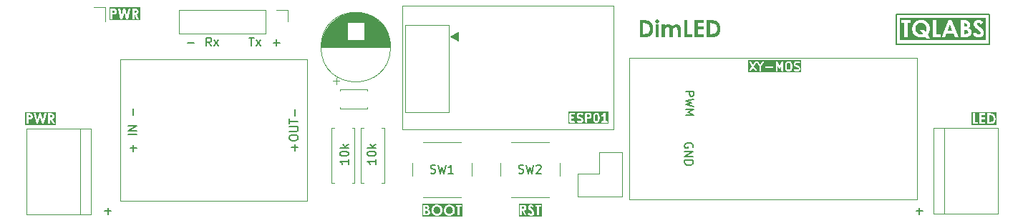
<source format=gbr>
%TF.GenerationSoftware,KiCad,Pcbnew,9.0.4*%
%TF.CreationDate,2025-09-11T11:59:47+05:30*%
%TF.ProjectId,DimLED,44696d4c-4544-42e6-9b69-6361645f7063,Mark II.B*%
%TF.SameCoordinates,Original*%
%TF.FileFunction,Legend,Top*%
%TF.FilePolarity,Positive*%
%FSLAX46Y46*%
G04 Gerber Fmt 4.6, Leading zero omitted, Abs format (unit mm)*
G04 Created by KiCad (PCBNEW 9.0.4) date 2025-09-11 11:59:47*
%MOMM*%
%LPD*%
G01*
G04 APERTURE LIST*
%ADD10C,0.200000*%
%ADD11C,0.150000*%
%ADD12C,0.100000*%
%ADD13C,0.120000*%
G04 APERTURE END LIST*
D10*
X187300000Y-88750000D02*
X198300000Y-88750000D01*
X198300000Y-92250000D01*
X187300000Y-92250000D01*
X187300000Y-88750000D01*
G36*
X151948532Y-100597024D02*
G01*
X151973201Y-100621692D01*
X152008654Y-100692599D01*
X152050625Y-100860480D01*
X152050625Y-101073956D01*
X152008654Y-101241837D01*
X151973201Y-101312743D01*
X151948532Y-101337413D01*
X151888923Y-101367219D01*
X151840899Y-101367219D01*
X151781289Y-101337414D01*
X151756622Y-101312746D01*
X151721167Y-101241837D01*
X151679197Y-101073956D01*
X151679197Y-100860481D01*
X151721167Y-100692599D01*
X151756621Y-100621692D01*
X151781289Y-100597023D01*
X151840899Y-100567219D01*
X151888923Y-100567219D01*
X151948532Y-100597024D01*
G37*
G36*
X151043770Y-100597024D02*
G01*
X151068439Y-100621692D01*
X151098244Y-100681302D01*
X151098244Y-100776945D01*
X151068439Y-100836554D01*
X151043770Y-100861222D01*
X150984161Y-100891028D01*
X150726816Y-100891028D01*
X150726816Y-100567219D01*
X150984161Y-100567219D01*
X151043770Y-100597024D01*
G37*
G36*
X153312196Y-101678330D02*
G01*
X148558562Y-101678330D01*
X148558562Y-100467219D01*
X148669673Y-100467219D01*
X148669673Y-101467219D01*
X148671594Y-101486728D01*
X148686526Y-101522776D01*
X148714116Y-101550366D01*
X148750164Y-101565298D01*
X148769673Y-101567219D01*
X149245863Y-101567219D01*
X149265372Y-101565298D01*
X149301420Y-101550366D01*
X149329010Y-101522776D01*
X149343942Y-101486728D01*
X149343942Y-101447710D01*
X149329010Y-101411662D01*
X149301420Y-101384072D01*
X149265372Y-101369140D01*
X149245863Y-101367219D01*
X148869673Y-101367219D01*
X148869673Y-101043409D01*
X149103006Y-101043409D01*
X149122515Y-101041488D01*
X149158563Y-101026556D01*
X149186153Y-100998966D01*
X149201085Y-100962918D01*
X149201085Y-100923900D01*
X149186153Y-100887852D01*
X149158563Y-100860262D01*
X149122515Y-100845330D01*
X149103006Y-100843409D01*
X148869673Y-100843409D01*
X148869673Y-100657695D01*
X149526816Y-100657695D01*
X149526816Y-100752933D01*
X149528737Y-100772442D01*
X149530112Y-100775762D01*
X149530367Y-100779346D01*
X149537373Y-100797654D01*
X149584992Y-100892892D01*
X149590277Y-100901288D01*
X149591288Y-100903728D01*
X149593541Y-100906474D01*
X149595435Y-100909482D01*
X149597429Y-100911211D01*
X149603724Y-100918882D01*
X149651343Y-100966500D01*
X149659009Y-100972792D01*
X149660742Y-100974790D01*
X149663750Y-100976683D01*
X149666496Y-100978937D01*
X149668936Y-100979947D01*
X149677333Y-100985233D01*
X149772570Y-101032852D01*
X149773998Y-101033398D01*
X149774578Y-101033828D01*
X149782754Y-101036749D01*
X149790879Y-101039858D01*
X149791599Y-101039909D01*
X149793038Y-101040423D01*
X149972863Y-101085379D01*
X150043770Y-101120833D01*
X150068439Y-101145501D01*
X150098244Y-101205111D01*
X150098244Y-101253135D01*
X150068439Y-101312743D01*
X150043770Y-101337413D01*
X149984161Y-101367219D01*
X149785899Y-101367219D01*
X149658439Y-101324732D01*
X149639323Y-101320385D01*
X149600403Y-101323151D01*
X149565504Y-101340601D01*
X149539939Y-101370077D01*
X149527601Y-101407093D01*
X149530367Y-101446013D01*
X149547817Y-101480912D01*
X149577293Y-101506477D01*
X149595193Y-101514468D01*
X149738050Y-101562087D01*
X149747722Y-101564286D01*
X149750164Y-101565298D01*
X149753701Y-101565646D01*
X149757165Y-101566434D01*
X149759799Y-101566246D01*
X149769673Y-101567219D01*
X150007768Y-101567219D01*
X150027277Y-101565298D01*
X150030597Y-101563922D01*
X150034181Y-101563668D01*
X150052489Y-101556662D01*
X150147727Y-101509043D01*
X150156122Y-101503758D01*
X150158564Y-101502747D01*
X150161311Y-101500491D01*
X150164317Y-101498600D01*
X150166047Y-101496605D01*
X150173717Y-101490310D01*
X150221336Y-101442690D01*
X150227628Y-101435023D01*
X150229625Y-101433292D01*
X150231518Y-101430284D01*
X150233773Y-101427537D01*
X150234784Y-101425095D01*
X150240068Y-101416701D01*
X150287687Y-101321464D01*
X150294693Y-101303155D01*
X150294947Y-101299571D01*
X150296323Y-101296251D01*
X150298244Y-101276742D01*
X150298244Y-101181504D01*
X150296323Y-101161995D01*
X150294947Y-101158674D01*
X150294693Y-101155091D01*
X150287687Y-101136782D01*
X150240068Y-101041545D01*
X150234782Y-101033148D01*
X150233772Y-101030708D01*
X150231518Y-101027962D01*
X150229625Y-101024954D01*
X150227627Y-101023221D01*
X150221335Y-101015555D01*
X150173717Y-100967936D01*
X150166046Y-100961641D01*
X150164317Y-100959647D01*
X150161309Y-100957753D01*
X150158563Y-100955500D01*
X150156123Y-100954489D01*
X150147727Y-100949204D01*
X150052489Y-100901585D01*
X150051062Y-100901039D01*
X150050482Y-100900609D01*
X150042305Y-100897687D01*
X150034181Y-100894579D01*
X150033458Y-100894527D01*
X150032021Y-100894014D01*
X149852196Y-100849057D01*
X149781289Y-100813604D01*
X149756621Y-100788935D01*
X149726816Y-100729325D01*
X149726816Y-100681302D01*
X149756621Y-100621692D01*
X149781289Y-100597023D01*
X149840899Y-100567219D01*
X150039160Y-100567219D01*
X150166621Y-100609706D01*
X150185736Y-100614053D01*
X150224656Y-100611287D01*
X150259555Y-100593837D01*
X150285120Y-100564361D01*
X150297459Y-100527345D01*
X150294692Y-100488425D01*
X150284089Y-100467219D01*
X150526816Y-100467219D01*
X150526816Y-101467219D01*
X150528737Y-101486728D01*
X150543669Y-101522776D01*
X150571259Y-101550366D01*
X150607307Y-101565298D01*
X150646325Y-101565298D01*
X150682373Y-101550366D01*
X150709963Y-101522776D01*
X150724895Y-101486728D01*
X150726816Y-101467219D01*
X150726816Y-101091028D01*
X151007768Y-101091028D01*
X151027277Y-101089107D01*
X151030597Y-101087731D01*
X151034181Y-101087477D01*
X151052489Y-101080471D01*
X151147727Y-101032852D01*
X151156123Y-101027566D01*
X151158563Y-101026556D01*
X151161309Y-101024302D01*
X151164317Y-101022409D01*
X151166046Y-101020414D01*
X151173717Y-101014120D01*
X151221335Y-100966501D01*
X151227627Y-100958834D01*
X151229625Y-100957102D01*
X151231518Y-100954093D01*
X151233772Y-100951348D01*
X151234782Y-100948907D01*
X151240068Y-100940511D01*
X151286238Y-100848171D01*
X151479197Y-100848171D01*
X151479197Y-101086266D01*
X151479532Y-101089668D01*
X151479315Y-101091127D01*
X151480394Y-101098424D01*
X151481118Y-101105775D01*
X151481682Y-101107138D01*
X151482183Y-101110520D01*
X151529802Y-101300995D01*
X151530315Y-101302432D01*
X151530367Y-101303155D01*
X151533475Y-101311279D01*
X151536397Y-101319456D01*
X151536827Y-101320036D01*
X151537373Y-101321463D01*
X151584992Y-101416701D01*
X151590275Y-101425093D01*
X151591287Y-101427537D01*
X151593543Y-101430286D01*
X151595435Y-101433291D01*
X151597429Y-101435020D01*
X151603724Y-101442690D01*
X151651342Y-101490310D01*
X151659010Y-101496603D01*
X151660742Y-101498600D01*
X151663750Y-101500493D01*
X151666496Y-101502747D01*
X151668936Y-101503757D01*
X151677333Y-101509043D01*
X151772570Y-101556662D01*
X151790879Y-101563668D01*
X151794462Y-101563922D01*
X151797783Y-101565298D01*
X151817292Y-101567219D01*
X151912530Y-101567219D01*
X151932039Y-101565298D01*
X151935359Y-101563922D01*
X151938943Y-101563668D01*
X151957251Y-101556662D01*
X152052489Y-101509043D01*
X152060884Y-101503758D01*
X152063326Y-101502747D01*
X152066073Y-101500491D01*
X152069079Y-101498600D01*
X152070809Y-101496605D01*
X152078479Y-101490310D01*
X152126098Y-101442690D01*
X152132390Y-101435023D01*
X152134387Y-101433292D01*
X152136280Y-101430284D01*
X152138535Y-101427537D01*
X152139546Y-101425095D01*
X152144830Y-101416701D01*
X152192449Y-101321464D01*
X152192995Y-101320035D01*
X152193425Y-101319456D01*
X152196346Y-101311279D01*
X152199455Y-101303155D01*
X152199506Y-101302434D01*
X152200020Y-101300996D01*
X152247639Y-101110520D01*
X152248139Y-101107138D01*
X152248704Y-101105775D01*
X152249427Y-101098424D01*
X152250507Y-101091127D01*
X152250289Y-101089668D01*
X152250625Y-101086266D01*
X152250625Y-100848171D01*
X152250289Y-100844768D01*
X152250507Y-100843310D01*
X152249427Y-100836012D01*
X152248704Y-100828662D01*
X152248139Y-100827298D01*
X152247639Y-100823917D01*
X152226766Y-100740426D01*
X152432363Y-100740426D01*
X152435129Y-100779346D01*
X152452578Y-100814245D01*
X152482055Y-100839809D01*
X152519071Y-100852148D01*
X152557991Y-100849382D01*
X152576299Y-100842376D01*
X152671537Y-100794757D01*
X152679933Y-100789471D01*
X152682373Y-100788461D01*
X152685119Y-100786207D01*
X152688127Y-100784314D01*
X152689856Y-100782319D01*
X152697527Y-100776025D01*
X152717292Y-100756260D01*
X152717292Y-101367219D01*
X152531578Y-101367219D01*
X152512069Y-101369140D01*
X152476021Y-101384072D01*
X152448431Y-101411662D01*
X152433499Y-101447710D01*
X152433499Y-101486728D01*
X152448431Y-101522776D01*
X152476021Y-101550366D01*
X152512069Y-101565298D01*
X152531578Y-101567219D01*
X153103006Y-101567219D01*
X153122515Y-101565298D01*
X153158563Y-101550366D01*
X153186153Y-101522776D01*
X153201085Y-101486728D01*
X153201085Y-101447710D01*
X153186153Y-101411662D01*
X153158563Y-101384072D01*
X153122515Y-101369140D01*
X153103006Y-101367219D01*
X152917292Y-101367219D01*
X152917292Y-100467219D01*
X152917285Y-100467148D01*
X152917292Y-100467114D01*
X152917271Y-100467012D01*
X152915371Y-100447710D01*
X152911581Y-100438561D01*
X152909640Y-100428854D01*
X152904188Y-100420713D01*
X152900439Y-100411662D01*
X152893439Y-100404662D01*
X152887929Y-100396434D01*
X152879774Y-100390997D01*
X152872849Y-100384072D01*
X152863705Y-100380284D01*
X152855464Y-100374790D01*
X152845850Y-100372888D01*
X152836801Y-100369140D01*
X152826900Y-100369140D01*
X152817188Y-100367219D01*
X152807583Y-100369140D01*
X152797783Y-100369140D01*
X152788634Y-100372929D01*
X152778927Y-100374871D01*
X152770786Y-100380322D01*
X152761735Y-100384072D01*
X152754735Y-100391071D01*
X152746507Y-100396582D01*
X152734218Y-100411588D01*
X152734145Y-100411662D01*
X152734131Y-100411694D01*
X152734087Y-100411749D01*
X152644343Y-100546365D01*
X152567579Y-100623128D01*
X152486857Y-100663490D01*
X152470266Y-100673933D01*
X152444702Y-100703410D01*
X152432363Y-100740426D01*
X152226766Y-100740426D01*
X152200020Y-100633441D01*
X152199506Y-100632002D01*
X152199455Y-100631282D01*
X152196346Y-100623157D01*
X152193425Y-100614981D01*
X152192995Y-100614401D01*
X152192449Y-100612973D01*
X152144830Y-100517736D01*
X152139544Y-100509339D01*
X152138534Y-100506899D01*
X152136280Y-100504153D01*
X152134387Y-100501145D01*
X152132389Y-100499412D01*
X152126097Y-100491746D01*
X152078479Y-100444127D01*
X152070808Y-100437832D01*
X152069079Y-100435838D01*
X152066071Y-100433944D01*
X152063325Y-100431691D01*
X152060885Y-100430680D01*
X152052489Y-100425395D01*
X151957251Y-100377776D01*
X151938943Y-100370770D01*
X151935359Y-100370515D01*
X151932039Y-100369140D01*
X151912530Y-100367219D01*
X151817292Y-100367219D01*
X151797783Y-100369140D01*
X151794462Y-100370515D01*
X151790879Y-100370770D01*
X151772570Y-100377776D01*
X151677333Y-100425395D01*
X151668936Y-100430680D01*
X151666496Y-100431691D01*
X151663750Y-100433944D01*
X151660742Y-100435838D01*
X151659009Y-100437835D01*
X151651343Y-100444128D01*
X151603724Y-100491746D01*
X151597429Y-100499416D01*
X151595435Y-100501146D01*
X151593541Y-100504153D01*
X151591288Y-100506900D01*
X151590277Y-100509339D01*
X151584992Y-100517736D01*
X151537373Y-100612974D01*
X151536827Y-100614400D01*
X151536397Y-100614981D01*
X151533475Y-100623157D01*
X151530367Y-100631282D01*
X151530315Y-100632004D01*
X151529802Y-100633442D01*
X151482183Y-100823917D01*
X151481682Y-100827298D01*
X151481118Y-100828662D01*
X151480394Y-100836012D01*
X151479315Y-100843310D01*
X151479532Y-100844768D01*
X151479197Y-100848171D01*
X151286238Y-100848171D01*
X151287687Y-100845274D01*
X151294693Y-100826965D01*
X151294947Y-100823381D01*
X151296323Y-100820061D01*
X151298244Y-100800552D01*
X151298244Y-100657695D01*
X151296323Y-100638186D01*
X151294947Y-100634865D01*
X151294693Y-100631282D01*
X151287687Y-100612973D01*
X151240068Y-100517736D01*
X151234782Y-100509339D01*
X151233772Y-100506899D01*
X151231518Y-100504153D01*
X151229625Y-100501145D01*
X151227627Y-100499412D01*
X151221335Y-100491746D01*
X151173717Y-100444127D01*
X151166046Y-100437832D01*
X151164317Y-100435838D01*
X151161309Y-100433944D01*
X151158563Y-100431691D01*
X151156123Y-100430680D01*
X151147727Y-100425395D01*
X151052489Y-100377776D01*
X151034181Y-100370770D01*
X151030597Y-100370515D01*
X151027277Y-100369140D01*
X151007768Y-100367219D01*
X150626816Y-100367219D01*
X150607307Y-100369140D01*
X150571259Y-100384072D01*
X150543669Y-100411662D01*
X150528737Y-100447710D01*
X150526816Y-100467219D01*
X150284089Y-100467219D01*
X150277243Y-100453526D01*
X150247767Y-100427961D01*
X150229866Y-100419970D01*
X150087010Y-100372351D01*
X150077338Y-100370151D01*
X150074896Y-100369140D01*
X150071357Y-100368791D01*
X150067894Y-100368004D01*
X150065260Y-100368191D01*
X150055387Y-100367219D01*
X149817292Y-100367219D01*
X149797783Y-100369140D01*
X149794462Y-100370515D01*
X149790879Y-100370770D01*
X149772570Y-100377776D01*
X149677333Y-100425395D01*
X149668936Y-100430680D01*
X149666496Y-100431691D01*
X149663750Y-100433944D01*
X149660742Y-100435838D01*
X149659009Y-100437835D01*
X149651343Y-100444128D01*
X149603724Y-100491746D01*
X149597429Y-100499416D01*
X149595435Y-100501146D01*
X149593541Y-100504153D01*
X149591288Y-100506900D01*
X149590277Y-100509339D01*
X149584992Y-100517736D01*
X149537373Y-100612974D01*
X149530367Y-100631282D01*
X149530112Y-100634865D01*
X149528737Y-100638186D01*
X149526816Y-100657695D01*
X148869673Y-100657695D01*
X148869673Y-100567219D01*
X149245863Y-100567219D01*
X149265372Y-100565298D01*
X149301420Y-100550366D01*
X149329010Y-100522776D01*
X149343942Y-100486728D01*
X149343942Y-100447710D01*
X149329010Y-100411662D01*
X149301420Y-100384072D01*
X149265372Y-100369140D01*
X149245863Y-100367219D01*
X148769673Y-100367219D01*
X148750164Y-100369140D01*
X148714116Y-100384072D01*
X148686526Y-100411662D01*
X148671594Y-100447710D01*
X148669673Y-100467219D01*
X148558562Y-100467219D01*
X148558562Y-100256108D01*
X153312196Y-100256108D01*
X153312196Y-101678330D01*
G37*
D11*
X110793922Y-91469819D02*
X111365350Y-91469819D01*
X111079636Y-92469819D02*
X111079636Y-91469819D01*
X111603446Y-92469819D02*
X112127255Y-91803152D01*
X111603446Y-91803152D02*
X112127255Y-92469819D01*
D10*
G36*
X190384516Y-89734459D02*
G01*
X190504621Y-89771538D01*
X190615097Y-89833190D01*
X190717829Y-89921584D01*
X190802390Y-90027253D01*
X190861989Y-90141996D01*
X190898130Y-90267793D01*
X190910537Y-90407383D01*
X190896911Y-90549662D01*
X190856601Y-90681999D01*
X190788904Y-90806964D01*
X190608653Y-90573712D01*
X190152285Y-90573712D01*
X190511566Y-91036064D01*
X190387873Y-91076056D01*
X190254745Y-91089553D01*
X190138499Y-91079976D01*
X190029998Y-91051730D01*
X189927563Y-91004717D01*
X189829884Y-90937756D01*
X189743845Y-90854512D01*
X189677837Y-90761737D01*
X189630314Y-90658137D01*
X189600971Y-90541700D01*
X189590771Y-90409825D01*
X189603320Y-90262773D01*
X189639454Y-90133491D01*
X189698260Y-90018724D01*
X189780669Y-89916088D01*
X189881678Y-89830855D01*
X189992386Y-89770813D01*
X190114866Y-89734348D01*
X190252058Y-89721793D01*
X190384516Y-89734459D01*
G37*
G36*
X193960642Y-90628422D02*
G01*
X193426482Y-90628422D01*
X193694295Y-89935994D01*
X193960642Y-90628422D01*
G37*
G36*
X195568091Y-90544851D02*
G01*
X195671544Y-90571140D01*
X195740806Y-90608761D01*
X195794659Y-90664141D01*
X195826640Y-90730332D01*
X195837770Y-90810872D01*
X195828070Y-90882106D01*
X195800644Y-90938410D01*
X195755094Y-90983429D01*
X195695569Y-91012316D01*
X195594730Y-91033886D01*
X195434769Y-91042658D01*
X195339148Y-91042658D01*
X195339148Y-90534633D01*
X195418405Y-90534633D01*
X195568091Y-90544851D01*
G37*
G36*
X195523373Y-89775870D02*
G01*
X195586720Y-89795025D01*
X195632850Y-89823886D01*
X195668217Y-89864413D01*
X195689584Y-89913222D01*
X195697086Y-89972875D01*
X195689148Y-90036951D01*
X195666604Y-90089145D01*
X195629431Y-90132243D01*
X195580795Y-90162799D01*
X195513725Y-90183111D01*
X195422435Y-90190739D01*
X195339148Y-90190739D01*
X195339148Y-89768688D01*
X195437456Y-89768688D01*
X195523373Y-89775870D01*
G37*
G36*
X197891447Y-91788537D02*
G01*
X187709163Y-91788537D01*
X187709163Y-89768688D01*
X187931385Y-89768688D01*
X188287979Y-89768688D01*
X188287979Y-91410000D01*
X188676081Y-91410000D01*
X188676081Y-90404940D01*
X189205478Y-90404940D01*
X189205831Y-90409825D01*
X189217712Y-90574016D01*
X189253584Y-90730709D01*
X189312695Y-90877178D01*
X189395780Y-91015178D01*
X189504675Y-91145973D01*
X189630920Y-91258236D01*
X189767367Y-91344357D01*
X189915530Y-91406087D01*
X190077576Y-91443886D01*
X190256210Y-91456894D01*
X190433472Y-91443249D01*
X190596077Y-91403358D01*
X190746650Y-91337704D01*
X190924214Y-91566315D01*
X191377773Y-91566315D01*
X191256416Y-91410000D01*
X191654501Y-91410000D01*
X192594469Y-91410000D01*
X192722819Y-91410000D01*
X193120446Y-91410000D01*
X193284333Y-90995764D01*
X194104134Y-90995764D01*
X194261182Y-91410000D01*
X194658810Y-91410000D01*
X194189430Y-90190739D01*
X194956664Y-90190739D01*
X194956664Y-91042658D01*
X194956664Y-91410000D01*
X195519521Y-91410000D01*
X195681305Y-91401047D01*
X195805929Y-91377006D01*
X195900662Y-91341245D01*
X195986428Y-91288006D01*
X196061282Y-91219258D01*
X196126099Y-91133394D01*
X196174601Y-91037598D01*
X196179944Y-91018845D01*
X196406856Y-91018845D01*
X196491946Y-91162737D01*
X196582813Y-91271629D01*
X196679431Y-91351137D01*
X196789761Y-91409128D01*
X196913299Y-91444609D01*
X197053122Y-91456894D01*
X197188805Y-91446064D01*
X197306254Y-91415147D01*
X197408644Y-91365398D01*
X197498377Y-91296549D01*
X197573196Y-91210922D01*
X197625973Y-91116081D01*
X197658118Y-91010110D01*
X197669225Y-90890251D01*
X197656880Y-90767821D01*
X197620743Y-90657365D01*
X197558995Y-90553094D01*
X197456123Y-90433761D01*
X197190997Y-90204173D01*
X196982266Y-90021080D01*
X196910973Y-89947351D01*
X196885084Y-89900475D01*
X196876779Y-89852219D01*
X196888048Y-89805755D01*
X196924528Y-89761849D01*
X196977753Y-89732288D01*
X197047505Y-89721793D01*
X197117513Y-89732718D01*
X197189828Y-89767337D01*
X197267023Y-89831163D01*
X197350854Y-89932819D01*
X197633688Y-89680760D01*
X197522055Y-89561509D01*
X197424626Y-89478529D01*
X197339253Y-89424672D01*
X197246579Y-89385504D01*
X197151583Y-89362239D01*
X197053122Y-89354452D01*
X196938577Y-89364158D01*
X196836335Y-89392277D01*
X196744123Y-89438306D01*
X196660258Y-89503073D01*
X196589460Y-89582632D01*
X196540421Y-89667427D01*
X196511105Y-89758873D01*
X196501133Y-89859057D01*
X196511169Y-89952333D01*
X196542178Y-90047823D01*
X196596755Y-90147386D01*
X196669677Y-90239098D01*
X196802925Y-90371643D01*
X197020272Y-90557714D01*
X197174775Y-90691624D01*
X197242899Y-90765321D01*
X197281517Y-90835032D01*
X197293457Y-90900997D01*
X197286340Y-90947793D01*
X197264772Y-90991162D01*
X197226535Y-91032644D01*
X197179176Y-91063888D01*
X197124700Y-91082924D01*
X197061182Y-91089553D01*
X196976761Y-91075479D01*
X196894816Y-91031689D01*
X196812275Y-90951595D01*
X196727913Y-90823817D01*
X196406856Y-91018845D01*
X196179944Y-91018845D01*
X196203673Y-90935552D01*
X196213538Y-90825404D01*
X196203643Y-90710804D01*
X196175159Y-90610184D01*
X196128785Y-90520956D01*
X196064806Y-90443162D01*
X195977107Y-90371579D01*
X195861095Y-90306266D01*
X195957797Y-90218281D01*
X196018876Y-90130411D01*
X196054980Y-90032412D01*
X196067358Y-89921584D01*
X196055213Y-89807681D01*
X196019791Y-89706436D01*
X195960746Y-89614937D01*
X195882760Y-89538304D01*
X195788111Y-89479062D01*
X195673883Y-89436884D01*
X195528434Y-89411971D01*
X195272226Y-89401346D01*
X194956664Y-89401346D01*
X194956664Y-90190739D01*
X194189430Y-90190739D01*
X193885537Y-89401346D01*
X193497557Y-89401346D01*
X193024274Y-90628422D01*
X192722819Y-91410000D01*
X192594469Y-91410000D01*
X192594469Y-91042658D01*
X192036985Y-91042658D01*
X192036985Y-89401346D01*
X191654501Y-89401346D01*
X191654501Y-91410000D01*
X191256416Y-91410000D01*
X191028018Y-91115809D01*
X191123931Y-90992380D01*
X191197546Y-90861750D01*
X191250167Y-90722733D01*
X191282202Y-90573746D01*
X191293143Y-90412878D01*
X191280475Y-90238526D01*
X191243476Y-90078452D01*
X191182742Y-89930257D01*
X191097648Y-89792003D01*
X190986374Y-89662320D01*
X190856799Y-89549946D01*
X190720107Y-89464461D01*
X190575030Y-89403776D01*
X190419764Y-89366993D01*
X190252058Y-89354452D01*
X190113844Y-89363351D01*
X189981189Y-89389780D01*
X189852923Y-89433781D01*
X189728035Y-89495990D01*
X189611879Y-89573501D01*
X189509933Y-89662556D01*
X189421128Y-89763664D01*
X189344818Y-89877742D01*
X189283961Y-90000474D01*
X189240603Y-90128493D01*
X189214369Y-90262891D01*
X189205478Y-90404940D01*
X188676081Y-90404940D01*
X188676081Y-89768688D01*
X189042201Y-89768688D01*
X189042201Y-89401346D01*
X187931385Y-89401346D01*
X187931385Y-89768688D01*
X187709163Y-89768688D01*
X187709163Y-89132230D01*
X197891447Y-89132230D01*
X197891447Y-91788537D01*
G37*
D11*
X103486779Y-92088866D02*
X104248684Y-92088866D01*
D10*
G36*
X198506185Y-100669215D02*
G01*
X198594838Y-100689688D01*
X198663642Y-100720738D01*
X198716471Y-100761285D01*
X198763804Y-100819832D01*
X198798517Y-100889682D01*
X198820470Y-100973101D01*
X198828288Y-101073076D01*
X198822572Y-101159136D01*
X198806516Y-101231726D01*
X198781271Y-101293047D01*
X198745616Y-101348608D01*
X198705431Y-101390293D01*
X198660447Y-101420130D01*
X198609287Y-101439072D01*
X198532786Y-101452619D01*
X198422692Y-101457911D01*
X198311714Y-101457911D01*
X198311714Y-100661680D01*
X198392849Y-100661680D01*
X198506185Y-100669215D01*
G37*
G36*
X199208901Y-101826389D02*
G01*
X196254603Y-101826389D01*
X196254603Y-101687500D01*
X196393492Y-101687500D01*
X196980973Y-101687500D01*
X197163697Y-101687500D01*
X197849332Y-101687500D01*
X197849332Y-101457911D01*
X198073501Y-101457911D01*
X198073501Y-101687500D01*
X198361250Y-101687500D01*
X198526574Y-101683027D01*
X198636164Y-101671829D01*
X198704487Y-101656816D01*
X198767853Y-101631370D01*
X198829021Y-101594733D01*
X198888509Y-101545839D01*
X198940294Y-101488810D01*
X198984711Y-101421946D01*
X199021774Y-101344033D01*
X199048238Y-101261663D01*
X199064456Y-101173063D01*
X199070012Y-101077274D01*
X199064268Y-100975419D01*
X199047630Y-100882780D01*
X199020717Y-100798181D01*
X198983764Y-100720603D01*
X198935960Y-100647178D01*
X198883560Y-100586817D01*
X198826480Y-100538080D01*
X198764327Y-100499945D01*
X198698659Y-100473296D01*
X198612119Y-100451906D01*
X198499989Y-100437454D01*
X198356976Y-100432091D01*
X198073501Y-100432091D01*
X198073501Y-101457911D01*
X197849332Y-101457911D01*
X197401070Y-101457911D01*
X197401070Y-101120856D01*
X197849332Y-101120856D01*
X197849332Y-100891268D01*
X197401070Y-100891268D01*
X197401070Y-100661680D01*
X197849332Y-100661680D01*
X197849332Y-100432091D01*
X197163697Y-100432091D01*
X197163697Y-101687500D01*
X196980973Y-101687500D01*
X196980973Y-101457911D01*
X196632545Y-101457911D01*
X196632545Y-100432091D01*
X196393492Y-100432091D01*
X196393492Y-101687500D01*
X196254603Y-101687500D01*
X196254603Y-100293202D01*
X199208901Y-100293202D01*
X199208901Y-101826389D01*
G37*
D11*
X122519819Y-105889411D02*
X122519819Y-106460839D01*
X122519819Y-106175125D02*
X121519819Y-106175125D01*
X121519819Y-106175125D02*
X121662676Y-106270363D01*
X121662676Y-106270363D02*
X121757914Y-106365601D01*
X121757914Y-106365601D02*
X121805533Y-106460839D01*
X121519819Y-105270363D02*
X121519819Y-105175125D01*
X121519819Y-105175125D02*
X121567438Y-105079887D01*
X121567438Y-105079887D02*
X121615057Y-105032268D01*
X121615057Y-105032268D02*
X121710295Y-104984649D01*
X121710295Y-104984649D02*
X121900771Y-104937030D01*
X121900771Y-104937030D02*
X122138866Y-104937030D01*
X122138866Y-104937030D02*
X122329342Y-104984649D01*
X122329342Y-104984649D02*
X122424580Y-105032268D01*
X122424580Y-105032268D02*
X122472200Y-105079887D01*
X122472200Y-105079887D02*
X122519819Y-105175125D01*
X122519819Y-105175125D02*
X122519819Y-105270363D01*
X122519819Y-105270363D02*
X122472200Y-105365601D01*
X122472200Y-105365601D02*
X122424580Y-105413220D01*
X122424580Y-105413220D02*
X122329342Y-105460839D01*
X122329342Y-105460839D02*
X122138866Y-105508458D01*
X122138866Y-105508458D02*
X121900771Y-105508458D01*
X121900771Y-105508458D02*
X121710295Y-105460839D01*
X121710295Y-105460839D02*
X121615057Y-105413220D01*
X121615057Y-105413220D02*
X121567438Y-105365601D01*
X121567438Y-105365601D02*
X121519819Y-105270363D01*
X122519819Y-104508458D02*
X121519819Y-104508458D01*
X122138866Y-104413220D02*
X122519819Y-104127506D01*
X121853152Y-104127506D02*
X122234104Y-104508458D01*
D10*
G36*
X94774020Y-88265352D02*
G01*
X94822104Y-88274442D01*
X94851142Y-88286638D01*
X94882198Y-88313082D01*
X94900827Y-88347712D01*
X94907471Y-88393265D01*
X94902245Y-88433018D01*
X94887397Y-88465088D01*
X94863724Y-88490472D01*
X94832290Y-88507678D01*
X94790492Y-88516587D01*
X94707726Y-88520577D01*
X94631705Y-88520577D01*
X94631705Y-88261680D01*
X94699177Y-88261680D01*
X94774020Y-88265352D01*
G37*
G36*
X97356247Y-88265844D02*
G01*
X97399587Y-88275037D01*
X97431913Y-88292704D01*
X97456755Y-88318848D01*
X97472645Y-88351607D01*
X97478127Y-88390670D01*
X97472747Y-88434965D01*
X97458153Y-88467208D01*
X97435003Y-88490505D01*
X97404205Y-88505347D01*
X97354246Y-88516219D01*
X97277466Y-88520577D01*
X97202361Y-88520577D01*
X97202361Y-88261680D01*
X97268078Y-88261680D01*
X97356247Y-88265844D01*
G37*
G36*
X97907359Y-89426389D02*
G01*
X94253687Y-89426389D01*
X94253687Y-88520577D01*
X94392576Y-88520577D01*
X94392576Y-89287500D01*
X94631705Y-89287500D01*
X94631705Y-88750165D01*
X94800308Y-88744101D01*
X94883581Y-88730702D01*
X94958115Y-88701555D01*
X95019666Y-88661561D01*
X95070121Y-88610489D01*
X95107588Y-88549611D01*
X95130745Y-88478215D01*
X95138891Y-88393647D01*
X95132684Y-88316673D01*
X95114951Y-88249954D01*
X95086379Y-88191689D01*
X95046882Y-88140469D01*
X94999376Y-88100139D01*
X94942886Y-88069796D01*
X94880279Y-88051051D01*
X94784944Y-88037442D01*
X94646207Y-88032091D01*
X95277270Y-88032091D01*
X95561584Y-89287500D01*
X95788729Y-89287500D01*
X96015875Y-88475850D01*
X96247295Y-89287500D01*
X96476960Y-89287500D01*
X96649620Y-88520577D01*
X96963232Y-88520577D01*
X96963232Y-89287500D01*
X97202361Y-89287500D01*
X97202361Y-88750165D01*
X97224496Y-88750165D01*
X97507207Y-89287500D01*
X97768470Y-89287500D01*
X97471334Y-88724062D01*
X97547033Y-88689820D01*
X97605729Y-88648130D01*
X97650165Y-88599116D01*
X97682405Y-88541393D01*
X97702472Y-88473710D01*
X97709547Y-88393723D01*
X97703239Y-88317375D01*
X97685119Y-88250464D01*
X97655737Y-88191307D01*
X97615478Y-88139109D01*
X97568338Y-88098705D01*
X97513542Y-88068957D01*
X97452546Y-88050743D01*
X97357531Y-88037384D01*
X97216863Y-88032091D01*
X96963232Y-88032091D01*
X96963232Y-88520577D01*
X96649620Y-88520577D01*
X96759595Y-88032091D01*
X96523900Y-88032091D01*
X96344611Y-88833437D01*
X96117465Y-88032091D01*
X95918483Y-88032091D01*
X95693933Y-88833437D01*
X95512888Y-88032091D01*
X95277270Y-88032091D01*
X94646207Y-88032091D01*
X94392576Y-88032091D01*
X94392576Y-88520577D01*
X94253687Y-88520577D01*
X94253687Y-87893202D01*
X97907359Y-87893202D01*
X97907359Y-89426389D01*
G37*
D11*
X106308207Y-92469819D02*
X105974874Y-91993628D01*
X105736779Y-92469819D02*
X105736779Y-91469819D01*
X105736779Y-91469819D02*
X106117731Y-91469819D01*
X106117731Y-91469819D02*
X106212969Y-91517438D01*
X106212969Y-91517438D02*
X106260588Y-91565057D01*
X106260588Y-91565057D02*
X106308207Y-91660295D01*
X106308207Y-91660295D02*
X106308207Y-91803152D01*
X106308207Y-91803152D02*
X106260588Y-91898390D01*
X106260588Y-91898390D02*
X106212969Y-91946009D01*
X106212969Y-91946009D02*
X106117731Y-91993628D01*
X106117731Y-91993628D02*
X105736779Y-91993628D01*
X106641541Y-92469819D02*
X107165350Y-91803152D01*
X106641541Y-91803152D02*
X107165350Y-92469819D01*
X190073866Y-112380951D02*
X190073866Y-111619047D01*
X190454819Y-111999999D02*
X189692914Y-111999999D01*
D10*
G36*
X174727102Y-94497023D02*
G01*
X174791281Y-94561202D01*
X174829196Y-94712861D01*
X174829196Y-95021575D01*
X174791280Y-95173235D01*
X174727104Y-95237413D01*
X174667494Y-95267219D01*
X174524232Y-95267219D01*
X174464622Y-95237414D01*
X174400445Y-95173236D01*
X174362530Y-95021575D01*
X174362530Y-94712862D01*
X174400445Y-94561202D01*
X174464624Y-94497023D01*
X174524232Y-94467219D01*
X174667494Y-94467219D01*
X174727102Y-94497023D01*
G37*
G36*
X176092688Y-95578330D02*
G01*
X169813324Y-95578330D01*
X169813324Y-94367114D01*
X169924435Y-94367114D01*
X169932007Y-94405391D01*
X169941230Y-94422689D01*
X170237583Y-94867219D01*
X169941230Y-95311749D01*
X169932007Y-95329047D01*
X169924435Y-95367324D01*
X169932087Y-95405584D01*
X169953798Y-95438004D01*
X169986263Y-95459647D01*
X170024540Y-95467219D01*
X170062800Y-95459567D01*
X170095220Y-95437856D01*
X170107640Y-95422689D01*
X170357768Y-95047496D01*
X170607896Y-95422689D01*
X170620316Y-95437856D01*
X170652736Y-95459567D01*
X170690996Y-95467219D01*
X170729273Y-95459647D01*
X170761738Y-95438004D01*
X170783449Y-95405584D01*
X170791101Y-95367324D01*
X170783529Y-95329047D01*
X170774306Y-95311749D01*
X170477952Y-94867219D01*
X170774306Y-94422689D01*
X170783529Y-94405391D01*
X170791101Y-94367114D01*
X170790676Y-94364987D01*
X170829222Y-94364987D01*
X170835978Y-94403416D01*
X170844831Y-94420907D01*
X171162530Y-94920148D01*
X171162530Y-95367219D01*
X171164451Y-95386728D01*
X171179383Y-95422776D01*
X171206973Y-95450366D01*
X171243021Y-95465298D01*
X171282039Y-95465298D01*
X171318087Y-95450366D01*
X171345677Y-95422776D01*
X171360609Y-95386728D01*
X171362530Y-95367219D01*
X171362530Y-94966757D01*
X171831118Y-94966757D01*
X171831118Y-95005775D01*
X171846050Y-95041823D01*
X171873640Y-95069413D01*
X171909688Y-95084345D01*
X171929197Y-95086266D01*
X172691102Y-95086266D01*
X172710611Y-95084345D01*
X172746659Y-95069413D01*
X172774249Y-95041823D01*
X172789181Y-95005775D01*
X172789181Y-94966757D01*
X172774249Y-94930709D01*
X172746659Y-94903119D01*
X172710611Y-94888187D01*
X172691102Y-94886266D01*
X171929197Y-94886266D01*
X171909688Y-94888187D01*
X171873640Y-94903119D01*
X171846050Y-94930709D01*
X171831118Y-94966757D01*
X171362530Y-94966757D01*
X171362530Y-94920148D01*
X171680229Y-94420906D01*
X171689082Y-94403416D01*
X171695446Y-94367219D01*
X173067292Y-94367219D01*
X173067292Y-95367219D01*
X173069213Y-95386728D01*
X173084145Y-95422776D01*
X173111735Y-95450366D01*
X173147783Y-95465298D01*
X173186801Y-95465298D01*
X173222849Y-95450366D01*
X173250439Y-95422776D01*
X173265371Y-95386728D01*
X173267292Y-95367219D01*
X173267292Y-94817975D01*
X173410007Y-95123793D01*
X173414239Y-95130938D01*
X173415119Y-95133356D01*
X173416684Y-95135065D01*
X173419998Y-95140659D01*
X173431208Y-95150925D01*
X173441470Y-95162131D01*
X173445495Y-95164009D01*
X173448773Y-95167011D01*
X173463055Y-95172204D01*
X173476828Y-95178632D01*
X173481267Y-95178827D01*
X173485442Y-95180345D01*
X173500625Y-95179677D01*
X173515808Y-95180345D01*
X173519981Y-95178827D01*
X173524423Y-95178632D01*
X173538207Y-95172199D01*
X173552477Y-95167010D01*
X173555750Y-95164012D01*
X173559780Y-95162132D01*
X173570049Y-95150917D01*
X173581252Y-95140659D01*
X173584563Y-95135068D01*
X173586132Y-95133356D01*
X173587012Y-95130934D01*
X173591243Y-95123793D01*
X173733958Y-94817974D01*
X173733958Y-95367219D01*
X173735879Y-95386728D01*
X173750811Y-95422776D01*
X173778401Y-95450366D01*
X173814449Y-95465298D01*
X173853467Y-95465298D01*
X173889515Y-95450366D01*
X173917105Y-95422776D01*
X173932037Y-95386728D01*
X173933958Y-95367219D01*
X173933958Y-94700552D01*
X174162530Y-94700552D01*
X174162530Y-95033885D01*
X174162865Y-95037287D01*
X174162648Y-95038746D01*
X174163727Y-95046043D01*
X174164451Y-95053394D01*
X174165015Y-95054757D01*
X174165516Y-95058139D01*
X174213135Y-95248614D01*
X174219730Y-95267075D01*
X174224155Y-95273047D01*
X174227001Y-95279918D01*
X174239438Y-95295071D01*
X174334676Y-95390311D01*
X174342344Y-95396604D01*
X174344075Y-95398600D01*
X174347082Y-95400493D01*
X174349829Y-95402747D01*
X174352269Y-95403757D01*
X174360666Y-95409043D01*
X174455903Y-95456662D01*
X174474212Y-95463668D01*
X174477795Y-95463922D01*
X174481116Y-95465298D01*
X174500625Y-95467219D01*
X174691101Y-95467219D01*
X174710610Y-95465298D01*
X174713930Y-95463922D01*
X174717514Y-95463668D01*
X174735822Y-95456662D01*
X174831060Y-95409043D01*
X174839455Y-95403758D01*
X174841897Y-95402747D01*
X174844644Y-95400491D01*
X174847650Y-95398600D01*
X174849380Y-95396605D01*
X174857050Y-95390310D01*
X174952288Y-95295071D01*
X174964725Y-95279918D01*
X174967570Y-95273047D01*
X174971996Y-95267075D01*
X174978591Y-95248615D01*
X175026210Y-95058139D01*
X175026710Y-95054757D01*
X175027275Y-95053394D01*
X175027998Y-95046043D01*
X175029078Y-95038746D01*
X175028860Y-95037287D01*
X175029196Y-95033885D01*
X175029196Y-94700552D01*
X175028860Y-94697149D01*
X175029078Y-94695691D01*
X175027998Y-94688393D01*
X175027275Y-94681043D01*
X175026710Y-94679679D01*
X175026210Y-94676298D01*
X174996559Y-94557695D01*
X175210149Y-94557695D01*
X175210149Y-94652933D01*
X175212070Y-94672442D01*
X175213445Y-94675762D01*
X175213700Y-94679346D01*
X175220706Y-94697654D01*
X175268325Y-94792892D01*
X175273610Y-94801288D01*
X175274621Y-94803728D01*
X175276874Y-94806474D01*
X175278768Y-94809482D01*
X175280762Y-94811211D01*
X175287057Y-94818882D01*
X175334676Y-94866500D01*
X175342342Y-94872792D01*
X175344075Y-94874790D01*
X175347083Y-94876683D01*
X175349829Y-94878937D01*
X175352269Y-94879947D01*
X175360666Y-94885233D01*
X175455903Y-94932852D01*
X175457331Y-94933398D01*
X175457911Y-94933828D01*
X175466087Y-94936749D01*
X175474212Y-94939858D01*
X175474932Y-94939909D01*
X175476371Y-94940423D01*
X175656196Y-94985379D01*
X175727103Y-95020833D01*
X175751772Y-95045501D01*
X175781577Y-95105111D01*
X175781577Y-95153135D01*
X175751772Y-95212743D01*
X175727103Y-95237413D01*
X175667494Y-95267219D01*
X175469232Y-95267219D01*
X175341772Y-95224732D01*
X175322656Y-95220385D01*
X175283736Y-95223151D01*
X175248837Y-95240601D01*
X175223272Y-95270077D01*
X175210934Y-95307093D01*
X175213700Y-95346013D01*
X175231150Y-95380912D01*
X175260626Y-95406477D01*
X175278526Y-95414468D01*
X175421383Y-95462087D01*
X175431055Y-95464286D01*
X175433497Y-95465298D01*
X175437034Y-95465646D01*
X175440498Y-95466434D01*
X175443132Y-95466246D01*
X175453006Y-95467219D01*
X175691101Y-95467219D01*
X175710610Y-95465298D01*
X175713930Y-95463922D01*
X175717514Y-95463668D01*
X175735822Y-95456662D01*
X175831060Y-95409043D01*
X175839455Y-95403758D01*
X175841897Y-95402747D01*
X175844644Y-95400491D01*
X175847650Y-95398600D01*
X175849380Y-95396605D01*
X175857050Y-95390310D01*
X175904669Y-95342690D01*
X175910961Y-95335023D01*
X175912958Y-95333292D01*
X175914851Y-95330284D01*
X175917106Y-95327537D01*
X175918117Y-95325095D01*
X175923401Y-95316701D01*
X175971020Y-95221464D01*
X175978026Y-95203155D01*
X175978280Y-95199571D01*
X175979656Y-95196251D01*
X175981577Y-95176742D01*
X175981577Y-95081504D01*
X175979656Y-95061995D01*
X175978280Y-95058674D01*
X175978026Y-95055091D01*
X175971020Y-95036782D01*
X175923401Y-94941545D01*
X175918115Y-94933148D01*
X175917105Y-94930708D01*
X175914851Y-94927962D01*
X175912958Y-94924954D01*
X175910960Y-94923221D01*
X175904668Y-94915555D01*
X175857050Y-94867936D01*
X175849379Y-94861641D01*
X175847650Y-94859647D01*
X175844642Y-94857753D01*
X175841896Y-94855500D01*
X175839456Y-94854489D01*
X175831060Y-94849204D01*
X175735822Y-94801585D01*
X175734395Y-94801039D01*
X175733815Y-94800609D01*
X175725638Y-94797687D01*
X175717514Y-94794579D01*
X175716791Y-94794527D01*
X175715354Y-94794014D01*
X175535529Y-94749057D01*
X175464622Y-94713604D01*
X175439954Y-94688935D01*
X175410149Y-94629325D01*
X175410149Y-94581302D01*
X175439954Y-94521692D01*
X175464622Y-94497023D01*
X175524232Y-94467219D01*
X175722493Y-94467219D01*
X175849954Y-94509706D01*
X175869069Y-94514053D01*
X175907989Y-94511287D01*
X175942888Y-94493837D01*
X175968453Y-94464361D01*
X175980792Y-94427345D01*
X175978025Y-94388425D01*
X175960576Y-94353526D01*
X175931100Y-94327961D01*
X175913199Y-94319970D01*
X175770343Y-94272351D01*
X175760671Y-94270151D01*
X175758229Y-94269140D01*
X175754690Y-94268791D01*
X175751227Y-94268004D01*
X175748593Y-94268191D01*
X175738720Y-94267219D01*
X175500625Y-94267219D01*
X175481116Y-94269140D01*
X175477795Y-94270515D01*
X175474212Y-94270770D01*
X175455903Y-94277776D01*
X175360666Y-94325395D01*
X175352269Y-94330680D01*
X175349829Y-94331691D01*
X175347083Y-94333944D01*
X175344075Y-94335838D01*
X175342342Y-94337835D01*
X175334676Y-94344128D01*
X175287057Y-94391746D01*
X175280762Y-94399416D01*
X175278768Y-94401146D01*
X175276874Y-94404153D01*
X175274621Y-94406900D01*
X175273610Y-94409339D01*
X175268325Y-94417736D01*
X175220706Y-94512974D01*
X175213700Y-94531282D01*
X175213445Y-94534865D01*
X175212070Y-94538186D01*
X175210149Y-94557695D01*
X174996559Y-94557695D01*
X174978591Y-94485822D01*
X174971996Y-94467362D01*
X174967569Y-94461387D01*
X174964724Y-94454519D01*
X174952288Y-94439365D01*
X174857050Y-94344127D01*
X174849379Y-94337832D01*
X174847650Y-94335838D01*
X174844642Y-94333944D01*
X174841896Y-94331691D01*
X174839456Y-94330680D01*
X174831060Y-94325395D01*
X174735822Y-94277776D01*
X174717514Y-94270770D01*
X174713930Y-94270515D01*
X174710610Y-94269140D01*
X174691101Y-94267219D01*
X174500625Y-94267219D01*
X174481116Y-94269140D01*
X174477795Y-94270515D01*
X174474212Y-94270770D01*
X174455903Y-94277776D01*
X174360666Y-94325395D01*
X174352267Y-94330681D01*
X174349830Y-94331691D01*
X174347086Y-94333942D01*
X174344075Y-94335838D01*
X174342342Y-94337835D01*
X174334676Y-94344127D01*
X174239438Y-94439365D01*
X174227002Y-94454519D01*
X174224156Y-94461387D01*
X174219730Y-94467362D01*
X174213135Y-94485823D01*
X174165516Y-94676298D01*
X174165015Y-94679679D01*
X174164451Y-94681043D01*
X174163727Y-94688393D01*
X174162648Y-94695691D01*
X174162865Y-94697149D01*
X174162530Y-94700552D01*
X173933958Y-94700552D01*
X173933958Y-94367219D01*
X173932695Y-94354395D01*
X173932799Y-94352036D01*
X173932338Y-94350768D01*
X173932037Y-94347710D01*
X173925396Y-94331679D01*
X173919465Y-94315367D01*
X173917958Y-94313721D01*
X173917105Y-94311662D01*
X173904843Y-94299400D01*
X173893113Y-94286591D01*
X173891089Y-94285646D01*
X173889515Y-94284072D01*
X173873499Y-94277437D01*
X173857756Y-94270091D01*
X173855526Y-94269993D01*
X173853467Y-94269140D01*
X173836115Y-94269140D01*
X173818775Y-94268378D01*
X173816679Y-94269140D01*
X173814449Y-94269140D01*
X173798418Y-94275780D01*
X173782106Y-94281712D01*
X173780460Y-94283218D01*
X173778401Y-94284072D01*
X173766133Y-94296339D01*
X173753331Y-94308064D01*
X173751764Y-94310708D01*
X173750811Y-94311662D01*
X173749907Y-94313843D01*
X173743340Y-94324930D01*
X173500624Y-94845033D01*
X173257910Y-94324930D01*
X173251342Y-94313843D01*
X173250439Y-94311662D01*
X173249485Y-94310708D01*
X173247919Y-94308064D01*
X173235122Y-94296345D01*
X173222849Y-94284072D01*
X173220787Y-94283218D01*
X173219144Y-94281713D01*
X173202842Y-94275784D01*
X173186801Y-94269140D01*
X173184570Y-94269140D01*
X173182475Y-94268378D01*
X173165135Y-94269140D01*
X173147783Y-94269140D01*
X173145723Y-94269993D01*
X173143495Y-94270091D01*
X173127764Y-94277432D01*
X173111735Y-94284072D01*
X173110158Y-94285648D01*
X173108137Y-94286592D01*
X173096418Y-94299388D01*
X173084145Y-94311662D01*
X173083291Y-94313723D01*
X173081786Y-94315367D01*
X173075857Y-94331668D01*
X173069213Y-94347710D01*
X173068911Y-94350768D01*
X173068451Y-94352036D01*
X173068554Y-94354395D01*
X173067292Y-94367219D01*
X171695446Y-94367219D01*
X171695838Y-94364987D01*
X171687374Y-94326898D01*
X171664978Y-94294947D01*
X171632060Y-94273999D01*
X171593631Y-94267244D01*
X171555542Y-94275708D01*
X171523592Y-94298104D01*
X171511497Y-94313531D01*
X171262529Y-94704765D01*
X171013563Y-94313531D01*
X171001469Y-94298104D01*
X170969518Y-94275708D01*
X170931429Y-94267244D01*
X170893000Y-94274000D01*
X170860082Y-94294947D01*
X170837686Y-94326898D01*
X170829222Y-94364987D01*
X170790676Y-94364987D01*
X170783449Y-94328854D01*
X170761738Y-94296434D01*
X170729273Y-94274791D01*
X170690996Y-94267219D01*
X170652736Y-94274871D01*
X170620316Y-94296582D01*
X170607896Y-94311749D01*
X170357768Y-94686941D01*
X170107640Y-94311749D01*
X170095220Y-94296582D01*
X170062800Y-94274871D01*
X170024540Y-94267219D01*
X169986263Y-94274791D01*
X169953798Y-94296434D01*
X169932087Y-94328854D01*
X169924435Y-94367114D01*
X169813324Y-94367114D01*
X169813324Y-94156108D01*
X176092688Y-94156108D01*
X176092688Y-95578330D01*
G37*
D11*
X94073866Y-112380951D02*
X94073866Y-111619047D01*
X94454819Y-111999999D02*
X93692914Y-111999999D01*
D10*
G36*
X143223397Y-111515844D02*
G01*
X143266737Y-111525037D01*
X143299063Y-111542704D01*
X143323905Y-111568848D01*
X143339796Y-111601607D01*
X143345277Y-111640670D01*
X143339897Y-111684965D01*
X143325303Y-111717208D01*
X143302153Y-111740505D01*
X143271355Y-111755347D01*
X143221396Y-111766219D01*
X143144616Y-111770577D01*
X143069511Y-111770577D01*
X143069511Y-111511680D01*
X143135228Y-111511680D01*
X143223397Y-111515844D01*
G37*
G36*
X145448107Y-112705698D02*
G01*
X142691493Y-112705698D01*
X142691493Y-111770577D01*
X142830382Y-111770577D01*
X142830382Y-112537500D01*
X143069511Y-112537500D01*
X143069511Y-112000165D01*
X143091646Y-112000165D01*
X143374357Y-112537500D01*
X143635620Y-112537500D01*
X143506695Y-112293028D01*
X143720571Y-112293028D01*
X143773752Y-112382960D01*
X143830544Y-112451018D01*
X143890930Y-112500710D01*
X143959887Y-112536955D01*
X144037098Y-112559130D01*
X144124488Y-112566809D01*
X144209289Y-112560040D01*
X144282695Y-112540717D01*
X144346689Y-112509624D01*
X144402772Y-112466593D01*
X144449534Y-112413076D01*
X144482519Y-112353800D01*
X144502610Y-112287568D01*
X144509552Y-112212657D01*
X144501836Y-112136138D01*
X144479250Y-112067103D01*
X144440658Y-112001934D01*
X144376363Y-111927350D01*
X144210660Y-111783858D01*
X144080203Y-111669425D01*
X144035644Y-111623344D01*
X144019464Y-111594047D01*
X144014273Y-111563886D01*
X144021316Y-111534847D01*
X144044117Y-111507405D01*
X144077382Y-111488930D01*
X144120977Y-111482370D01*
X144164732Y-111489198D01*
X144209928Y-111510835D01*
X144258176Y-111550727D01*
X144310570Y-111614262D01*
X144425676Y-111511680D01*
X144614958Y-111511680D01*
X144837829Y-111511680D01*
X144837829Y-112537500D01*
X145080393Y-112537500D01*
X145080393Y-111511680D01*
X145309218Y-111511680D01*
X145309218Y-111282091D01*
X144614958Y-111282091D01*
X144614958Y-111511680D01*
X144425676Y-111511680D01*
X144487341Y-111456725D01*
X144417570Y-111382193D01*
X144356677Y-111330331D01*
X144303319Y-111296670D01*
X144245398Y-111272190D01*
X144186025Y-111257649D01*
X144124488Y-111252782D01*
X144052897Y-111258848D01*
X143988996Y-111276423D01*
X143931363Y-111305191D01*
X143878947Y-111345671D01*
X143834699Y-111395395D01*
X143804049Y-111448392D01*
X143785727Y-111505545D01*
X143779495Y-111568161D01*
X143785767Y-111626458D01*
X143805148Y-111686139D01*
X143839258Y-111748366D01*
X143884835Y-111805686D01*
X143968114Y-111888526D01*
X144103956Y-112004821D01*
X144200521Y-112088515D01*
X144243098Y-112134575D01*
X144267235Y-112178145D01*
X144274697Y-112219373D01*
X144270249Y-112248621D01*
X144256769Y-112275726D01*
X144232870Y-112301653D01*
X144203271Y-112321180D01*
X144169224Y-112333077D01*
X144129525Y-112337220D01*
X144076762Y-112328424D01*
X144025546Y-112301055D01*
X143973958Y-112250997D01*
X143921232Y-112171135D01*
X143720571Y-112293028D01*
X143506695Y-112293028D01*
X143338484Y-111974062D01*
X143414183Y-111939820D01*
X143472879Y-111898130D01*
X143517315Y-111849116D01*
X143549555Y-111791393D01*
X143569622Y-111723710D01*
X143576697Y-111643723D01*
X143570389Y-111567375D01*
X143552269Y-111500464D01*
X143522887Y-111441307D01*
X143482628Y-111389109D01*
X143435488Y-111348705D01*
X143380692Y-111318957D01*
X143319696Y-111300743D01*
X143224681Y-111287384D01*
X143084013Y-111282091D01*
X142830382Y-111282091D01*
X142830382Y-111770577D01*
X142691493Y-111770577D01*
X142691493Y-111113893D01*
X145448107Y-111113893D01*
X145448107Y-112705698D01*
G37*
D11*
X113636779Y-92088866D02*
X114398684Y-92088866D01*
X114017731Y-92469819D02*
X114017731Y-91707914D01*
D10*
G36*
X157663311Y-89409927D02*
G01*
X157842719Y-89433050D01*
X157981183Y-89467273D01*
X158086252Y-89509912D01*
X158185697Y-89570928D01*
X158277025Y-89648907D01*
X158360866Y-89745485D01*
X158437351Y-89862965D01*
X158496476Y-89987089D01*
X158539537Y-90122449D01*
X158566157Y-90270671D01*
X158575348Y-90433639D01*
X158566458Y-90586900D01*
X158540510Y-90728660D01*
X158498168Y-90860453D01*
X158438866Y-90985113D01*
X158367799Y-91092096D01*
X158284944Y-91183342D01*
X158189763Y-91261573D01*
X158091894Y-91320192D01*
X157990509Y-91360907D01*
X157881191Y-91384927D01*
X157705848Y-91402844D01*
X157441329Y-91410000D01*
X156980931Y-91410000D01*
X156980931Y-91042658D01*
X157362072Y-91042658D01*
X157539637Y-91042658D01*
X157715787Y-91034191D01*
X157838189Y-91012515D01*
X157920045Y-90982208D01*
X157992018Y-90934470D01*
X158056315Y-90867774D01*
X158113363Y-90778876D01*
X158153755Y-90680762D01*
X158179444Y-90564617D01*
X158188590Y-90426922D01*
X158176081Y-90266962D01*
X158140956Y-90133491D01*
X158085415Y-90021731D01*
X158009682Y-89928056D01*
X157925156Y-89863181D01*
X157815070Y-89813501D01*
X157673225Y-89780745D01*
X157491887Y-89768688D01*
X157362072Y-89768688D01*
X157362072Y-91042658D01*
X156980931Y-91042658D01*
X156980931Y-89401346D01*
X157434490Y-89401346D01*
X157663311Y-89409927D01*
G37*
G36*
X159044539Y-89307557D02*
G01*
X159107134Y-89315629D01*
X159162746Y-89339411D01*
X159213311Y-89379975D01*
X159252460Y-89431688D01*
X159275698Y-89489394D01*
X159283653Y-89555097D01*
X159275776Y-89620013D01*
X159252748Y-89677119D01*
X159213921Y-89728387D01*
X159163897Y-89768486D01*
X159108965Y-89791981D01*
X159047226Y-89799951D01*
X158983785Y-89791783D01*
X158927746Y-89767779D01*
X158877110Y-89726922D01*
X158838011Y-89674727D01*
X158814746Y-89616298D01*
X158806769Y-89549602D01*
X158814610Y-89485671D01*
X158837572Y-89429287D01*
X158876378Y-89378510D01*
X158926461Y-89338849D01*
X158981868Y-89315505D01*
X159044539Y-89307557D01*
G37*
G36*
X158857327Y-89925003D02*
G01*
X159231751Y-89925003D01*
X159231751Y-91410000D01*
X158857327Y-91410000D01*
X158857327Y-89925003D01*
G37*
G36*
X159565875Y-89925003D02*
G01*
X159940177Y-89925003D01*
X159940177Y-90098171D01*
X160042560Y-90003762D01*
X160152547Y-89938681D01*
X160273555Y-89899351D01*
X160407414Y-89885924D01*
X160498315Y-89893818D01*
X160581566Y-89916953D01*
X160658740Y-89955289D01*
X160727417Y-90007513D01*
X160787419Y-90074344D01*
X160839113Y-90157766D01*
X160903913Y-90074871D01*
X160976346Y-90007876D01*
X161056978Y-89955289D01*
X161145324Y-89916900D01*
X161238950Y-89893773D01*
X161339200Y-89885924D01*
X161442772Y-89894488D01*
X161534984Y-89919255D01*
X161617882Y-89959685D01*
X161691656Y-90014881D01*
X161748665Y-90078783D01*
X161790683Y-90152271D01*
X161816908Y-90234234D01*
X161835873Y-90358439D01*
X161843318Y-90538663D01*
X161843318Y-91410000D01*
X161467672Y-91410000D01*
X161467672Y-90659441D01*
X161458396Y-90490258D01*
X161435519Y-90382903D01*
X161404780Y-90318967D01*
X161356864Y-90270105D01*
X161295472Y-90240416D01*
X161216224Y-90229818D01*
X161125294Y-90243516D01*
X161044766Y-90284284D01*
X160979345Y-90348108D01*
X160932048Y-90434494D01*
X160906215Y-90545085D01*
X160895167Y-90742362D01*
X160895167Y-91410000D01*
X160519399Y-91410000D01*
X160519399Y-90693513D01*
X160510550Y-90508680D01*
X160489968Y-90405917D01*
X160451889Y-90326176D01*
X160401919Y-90273415D01*
X160338204Y-90241078D01*
X160259891Y-90229818D01*
X160171321Y-90243558D01*
X160091120Y-90284895D01*
X160025726Y-90349821D01*
X159977669Y-90439256D01*
X159951345Y-90552923D01*
X159940177Y-90751887D01*
X159940177Y-91410000D01*
X159565875Y-91410000D01*
X159565875Y-89925003D01*
G37*
G36*
X162239602Y-89401346D02*
G01*
X162622086Y-89401346D01*
X162622086Y-91042658D01*
X163179570Y-91042658D01*
X163179570Y-91410000D01*
X162239602Y-91410000D01*
X162239602Y-89401346D01*
G37*
G36*
X163471929Y-89401346D02*
G01*
X164568946Y-89401346D01*
X164568946Y-89768688D01*
X163851727Y-89768688D01*
X163851727Y-90136029D01*
X164568946Y-90136029D01*
X164568946Y-90503370D01*
X163851727Y-90503370D01*
X163851727Y-91042658D01*
X164568946Y-91042658D01*
X164568946Y-91410000D01*
X163471929Y-91410000D01*
X163471929Y-89401346D01*
G37*
G36*
X165609996Y-89409927D02*
G01*
X165789404Y-89433050D01*
X165927869Y-89467273D01*
X166032937Y-89509912D01*
X166132382Y-89570928D01*
X166223710Y-89648907D01*
X166307551Y-89745485D01*
X166384036Y-89862965D01*
X166443161Y-89987089D01*
X166486222Y-90122449D01*
X166512843Y-90270671D01*
X166522034Y-90433639D01*
X166513144Y-90586900D01*
X166487195Y-90728660D01*
X166444853Y-90860453D01*
X166385551Y-90985113D01*
X166314485Y-91092096D01*
X166231629Y-91183342D01*
X166136448Y-91261573D01*
X166038579Y-91320192D01*
X165937194Y-91360907D01*
X165827876Y-91384927D01*
X165652533Y-91402844D01*
X165388014Y-91410000D01*
X164927616Y-91410000D01*
X164927616Y-91042658D01*
X165308757Y-91042658D01*
X165486322Y-91042658D01*
X165662473Y-91034191D01*
X165784874Y-91012515D01*
X165866730Y-90982208D01*
X165938703Y-90934470D01*
X166003000Y-90867774D01*
X166060048Y-90778876D01*
X166100440Y-90680762D01*
X166126129Y-90564617D01*
X166135275Y-90426922D01*
X166122767Y-90266962D01*
X166087641Y-90133491D01*
X166032101Y-90021731D01*
X165956367Y-89928056D01*
X165871842Y-89863181D01*
X165761755Y-89813501D01*
X165619910Y-89780745D01*
X165438572Y-89768688D01*
X165308757Y-89768688D01*
X165308757Y-91042658D01*
X164927616Y-91042658D01*
X164927616Y-89401346D01*
X165381175Y-89401346D01*
X165609996Y-89409927D01*
G37*
G36*
X84824020Y-100665352D02*
G01*
X84872104Y-100674442D01*
X84901142Y-100686638D01*
X84932198Y-100713082D01*
X84950827Y-100747712D01*
X84957471Y-100793265D01*
X84952245Y-100833018D01*
X84937397Y-100865088D01*
X84913724Y-100890472D01*
X84882290Y-100907678D01*
X84840492Y-100916587D01*
X84757726Y-100920577D01*
X84681705Y-100920577D01*
X84681705Y-100661680D01*
X84749177Y-100661680D01*
X84824020Y-100665352D01*
G37*
G36*
X87406247Y-100665844D02*
G01*
X87449587Y-100675037D01*
X87481913Y-100692704D01*
X87506755Y-100718848D01*
X87522645Y-100751607D01*
X87528127Y-100790670D01*
X87522747Y-100834965D01*
X87508153Y-100867208D01*
X87485003Y-100890505D01*
X87454205Y-100905347D01*
X87404246Y-100916219D01*
X87327466Y-100920577D01*
X87252361Y-100920577D01*
X87252361Y-100661680D01*
X87318078Y-100661680D01*
X87406247Y-100665844D01*
G37*
G36*
X87957359Y-101826389D02*
G01*
X84303687Y-101826389D01*
X84303687Y-100920577D01*
X84442576Y-100920577D01*
X84442576Y-101687500D01*
X84681705Y-101687500D01*
X84681705Y-101150165D01*
X84850308Y-101144101D01*
X84933581Y-101130702D01*
X85008115Y-101101555D01*
X85069666Y-101061561D01*
X85120121Y-101010489D01*
X85157588Y-100949611D01*
X85180745Y-100878215D01*
X85188891Y-100793647D01*
X85182684Y-100716673D01*
X85164951Y-100649954D01*
X85136379Y-100591689D01*
X85096882Y-100540469D01*
X85049376Y-100500139D01*
X84992886Y-100469796D01*
X84930279Y-100451051D01*
X84834944Y-100437442D01*
X84696207Y-100432091D01*
X85327270Y-100432091D01*
X85611584Y-101687500D01*
X85838729Y-101687500D01*
X86065875Y-100875850D01*
X86297295Y-101687500D01*
X86526960Y-101687500D01*
X86699620Y-100920577D01*
X87013232Y-100920577D01*
X87013232Y-101687500D01*
X87252361Y-101687500D01*
X87252361Y-101150165D01*
X87274496Y-101150165D01*
X87557207Y-101687500D01*
X87818470Y-101687500D01*
X87521334Y-101124062D01*
X87597033Y-101089820D01*
X87655729Y-101048130D01*
X87700165Y-100999116D01*
X87732405Y-100941393D01*
X87752472Y-100873710D01*
X87759547Y-100793723D01*
X87753239Y-100717375D01*
X87735119Y-100650464D01*
X87705737Y-100591307D01*
X87665478Y-100539109D01*
X87618338Y-100498705D01*
X87563542Y-100468957D01*
X87502546Y-100450743D01*
X87407531Y-100437384D01*
X87266863Y-100432091D01*
X87013232Y-100432091D01*
X87013232Y-100920577D01*
X86699620Y-100920577D01*
X86809595Y-100432091D01*
X86573900Y-100432091D01*
X86394611Y-101233437D01*
X86167465Y-100432091D01*
X85968483Y-100432091D01*
X85743933Y-101233437D01*
X85562888Y-100432091D01*
X85327270Y-100432091D01*
X84696207Y-100432091D01*
X84442576Y-100432091D01*
X84442576Y-100920577D01*
X84303687Y-100920577D01*
X84303687Y-100293202D01*
X87957359Y-100293202D01*
X87957359Y-101826389D01*
G37*
G36*
X133082901Y-111490293D02*
G01*
X133158557Y-111513445D01*
X133227862Y-111551849D01*
X133292022Y-111606782D01*
X133344819Y-111672557D01*
X133382072Y-111744202D01*
X133404691Y-111822980D01*
X133412465Y-111910635D01*
X133404710Y-111998800D01*
X133382199Y-112077654D01*
X133345220Y-112148990D01*
X133292938Y-112214107D01*
X133229237Y-112268516D01*
X133160622Y-112306517D01*
X133085918Y-112329398D01*
X133003434Y-112337220D01*
X132929882Y-112331199D01*
X132861657Y-112313488D01*
X132797664Y-112284096D01*
X132737057Y-112242347D01*
X132683282Y-112190320D01*
X132642027Y-112132335D01*
X132612325Y-112067585D01*
X132593986Y-111994812D01*
X132587611Y-111912390D01*
X132595454Y-111820483D01*
X132618038Y-111739682D01*
X132654792Y-111667952D01*
X132706297Y-111603805D01*
X132769445Y-111550446D01*
X132838375Y-111512929D01*
X132914349Y-111490187D01*
X132999160Y-111482370D01*
X133082901Y-111490293D01*
G37*
G36*
X134552022Y-111490293D02*
G01*
X134627678Y-111513445D01*
X134696982Y-111551849D01*
X134761143Y-111606782D01*
X134813940Y-111672557D01*
X134851192Y-111744202D01*
X134873811Y-111822980D01*
X134881585Y-111910635D01*
X134873831Y-111998800D01*
X134851319Y-112077654D01*
X134814340Y-112148990D01*
X134762059Y-112214107D01*
X134698357Y-112268516D01*
X134629743Y-112306517D01*
X134555038Y-112329398D01*
X134472555Y-112337220D01*
X134399003Y-112331199D01*
X134330778Y-112313488D01*
X134266785Y-112284096D01*
X134206178Y-112242347D01*
X134152403Y-112190320D01*
X134111148Y-112132335D01*
X134081446Y-112067585D01*
X134063107Y-111994812D01*
X134056731Y-111912390D01*
X134064575Y-111820483D01*
X134087158Y-111739682D01*
X134123913Y-111667952D01*
X134175418Y-111603805D01*
X134238566Y-111550446D01*
X134307496Y-111512929D01*
X134383470Y-111490187D01*
X134468281Y-111482370D01*
X134552022Y-111490293D01*
G37*
G36*
X131775634Y-111996782D02*
G01*
X131840292Y-112013212D01*
X131883581Y-112036725D01*
X131917239Y-112071338D01*
X131937227Y-112112707D01*
X131944183Y-112163045D01*
X131938121Y-112207566D01*
X131920980Y-112242756D01*
X131892511Y-112270893D01*
X131855308Y-112288947D01*
X131792283Y-112302429D01*
X131692308Y-112307911D01*
X131632545Y-112307911D01*
X131632545Y-111990396D01*
X131682080Y-111990396D01*
X131775634Y-111996782D01*
G37*
G36*
X131747686Y-111516169D02*
G01*
X131787277Y-111528140D01*
X131816109Y-111546179D01*
X131838213Y-111571508D01*
X131851567Y-111602014D01*
X131856256Y-111639296D01*
X131851295Y-111679344D01*
X131837205Y-111711966D01*
X131813971Y-111738902D01*
X131783574Y-111757999D01*
X131741655Y-111770694D01*
X131684599Y-111775462D01*
X131632545Y-111775462D01*
X131632545Y-111511680D01*
X131693987Y-111511680D01*
X131747686Y-111516169D01*
G37*
G36*
X136055835Y-112705698D02*
G01*
X131254603Y-112705698D01*
X131254603Y-111775462D01*
X131393492Y-111775462D01*
X131393492Y-112307911D01*
X131393492Y-112537500D01*
X131745278Y-112537500D01*
X131846393Y-112531904D01*
X131924283Y-112516879D01*
X131983491Y-112494528D01*
X132037095Y-112461254D01*
X132083878Y-112418286D01*
X132124389Y-112364621D01*
X132154703Y-112304748D01*
X132172873Y-112240970D01*
X132179038Y-112172127D01*
X132172854Y-112100503D01*
X132155052Y-112037615D01*
X132126068Y-111981847D01*
X132086081Y-111933226D01*
X132056813Y-111909337D01*
X132346803Y-111909337D01*
X132347024Y-111912390D01*
X132354434Y-112014596D01*
X132376826Y-112112291D01*
X132413750Y-112203756D01*
X132465688Y-112290073D01*
X132533801Y-112372025D01*
X132612729Y-112442376D01*
X132698014Y-112496329D01*
X132790601Y-112534993D01*
X132891844Y-112558664D01*
X133003434Y-112566809D01*
X133109574Y-112559009D01*
X133207239Y-112536201D01*
X133297884Y-112498705D01*
X133382682Y-112446078D01*
X133462458Y-112377139D01*
X133531017Y-112297260D01*
X133583475Y-112211992D01*
X133620936Y-112120479D01*
X133643771Y-112021517D01*
X133651594Y-111913612D01*
X133651283Y-111909337D01*
X133815923Y-111909337D01*
X133816144Y-111912390D01*
X133823555Y-112014596D01*
X133845946Y-112112291D01*
X133882871Y-112203756D01*
X133934809Y-112290073D01*
X134002922Y-112372025D01*
X134081850Y-112442376D01*
X134167135Y-112496329D01*
X134259722Y-112534993D01*
X134360965Y-112558664D01*
X134472555Y-112566809D01*
X134578695Y-112559009D01*
X134676359Y-112536201D01*
X134767005Y-112498705D01*
X134851803Y-112446078D01*
X134931579Y-112377139D01*
X135000138Y-112297260D01*
X135052595Y-112211992D01*
X135090057Y-112120479D01*
X135112892Y-112021517D01*
X135120714Y-111913612D01*
X135112798Y-111804771D01*
X135089677Y-111704843D01*
X135051721Y-111612327D01*
X134998537Y-111526014D01*
X134986224Y-111511680D01*
X135222686Y-111511680D01*
X135445557Y-111511680D01*
X135445557Y-112537500D01*
X135688121Y-112537500D01*
X135688121Y-111511680D01*
X135916946Y-111511680D01*
X135916946Y-111282091D01*
X135222686Y-111282091D01*
X135222686Y-111511680D01*
X134986224Y-111511680D01*
X134928984Y-111445047D01*
X134847989Y-111374836D01*
X134762628Y-111321444D01*
X134672115Y-111283559D01*
X134575329Y-111260605D01*
X134470876Y-111252782D01*
X134384035Y-111258332D01*
X134300834Y-111274799D01*
X134220542Y-111302186D01*
X134142522Y-111340862D01*
X134069960Y-111389101D01*
X134006255Y-111444671D01*
X133950738Y-111507900D01*
X133903011Y-111579381D01*
X133864962Y-111656320D01*
X133837864Y-111736489D01*
X133821475Y-111820566D01*
X133815923Y-111909337D01*
X133651283Y-111909337D01*
X133643677Y-111804771D01*
X133620556Y-111704843D01*
X133582601Y-111612327D01*
X133529417Y-111526014D01*
X133459863Y-111445047D01*
X133378868Y-111374836D01*
X133293507Y-111321444D01*
X133202994Y-111283559D01*
X133106209Y-111260605D01*
X133001755Y-111252782D01*
X132914914Y-111258332D01*
X132831714Y-111274799D01*
X132751421Y-111302186D01*
X132673401Y-111340862D01*
X132600840Y-111389101D01*
X132537134Y-111444671D01*
X132481618Y-111507900D01*
X132433890Y-111579381D01*
X132395842Y-111656320D01*
X132368743Y-111736489D01*
X132352355Y-111820566D01*
X132346803Y-111909337D01*
X132056813Y-111909337D01*
X132031269Y-111888487D01*
X131958762Y-111847666D01*
X132019200Y-111792676D01*
X132057375Y-111737757D01*
X132079940Y-111676507D01*
X132087676Y-111607240D01*
X132080085Y-111536050D01*
X132057946Y-111472772D01*
X132021044Y-111415585D01*
X131972302Y-111367690D01*
X131913147Y-111330664D01*
X131841754Y-111304302D01*
X131750849Y-111288732D01*
X131590718Y-111282091D01*
X131393492Y-111282091D01*
X131393492Y-111775462D01*
X131254603Y-111775462D01*
X131254603Y-111113893D01*
X136055835Y-111113893D01*
X136055835Y-112705698D01*
G37*
D11*
X125769819Y-105889411D02*
X125769819Y-106460839D01*
X125769819Y-106175125D02*
X124769819Y-106175125D01*
X124769819Y-106175125D02*
X124912676Y-106270363D01*
X124912676Y-106270363D02*
X125007914Y-106365601D01*
X125007914Y-106365601D02*
X125055533Y-106460839D01*
X124769819Y-105270363D02*
X124769819Y-105175125D01*
X124769819Y-105175125D02*
X124817438Y-105079887D01*
X124817438Y-105079887D02*
X124865057Y-105032268D01*
X124865057Y-105032268D02*
X124960295Y-104984649D01*
X124960295Y-104984649D02*
X125150771Y-104937030D01*
X125150771Y-104937030D02*
X125388866Y-104937030D01*
X125388866Y-104937030D02*
X125579342Y-104984649D01*
X125579342Y-104984649D02*
X125674580Y-105032268D01*
X125674580Y-105032268D02*
X125722200Y-105079887D01*
X125722200Y-105079887D02*
X125769819Y-105175125D01*
X125769819Y-105175125D02*
X125769819Y-105270363D01*
X125769819Y-105270363D02*
X125722200Y-105365601D01*
X125722200Y-105365601D02*
X125674580Y-105413220D01*
X125674580Y-105413220D02*
X125579342Y-105460839D01*
X125579342Y-105460839D02*
X125388866Y-105508458D01*
X125388866Y-105508458D02*
X125150771Y-105508458D01*
X125150771Y-105508458D02*
X124960295Y-105460839D01*
X124960295Y-105460839D02*
X124865057Y-105413220D01*
X124865057Y-105413220D02*
X124817438Y-105365601D01*
X124817438Y-105365601D02*
X124769819Y-105270363D01*
X125769819Y-104508458D02*
X124769819Y-104508458D01*
X125388866Y-104413220D02*
X125769819Y-104127506D01*
X125103152Y-104127506D02*
X125484104Y-104508458D01*
X116173866Y-104853570D02*
X116173866Y-104091666D01*
X116554819Y-104472618D02*
X115792914Y-104472618D01*
X115554819Y-103424999D02*
X115554819Y-103234523D01*
X115554819Y-103234523D02*
X115602438Y-103139285D01*
X115602438Y-103139285D02*
X115697676Y-103044047D01*
X115697676Y-103044047D02*
X115888152Y-102996428D01*
X115888152Y-102996428D02*
X116221485Y-102996428D01*
X116221485Y-102996428D02*
X116411961Y-103044047D01*
X116411961Y-103044047D02*
X116507200Y-103139285D01*
X116507200Y-103139285D02*
X116554819Y-103234523D01*
X116554819Y-103234523D02*
X116554819Y-103424999D01*
X116554819Y-103424999D02*
X116507200Y-103520237D01*
X116507200Y-103520237D02*
X116411961Y-103615475D01*
X116411961Y-103615475D02*
X116221485Y-103663094D01*
X116221485Y-103663094D02*
X115888152Y-103663094D01*
X115888152Y-103663094D02*
X115697676Y-103615475D01*
X115697676Y-103615475D02*
X115602438Y-103520237D01*
X115602438Y-103520237D02*
X115554819Y-103424999D01*
X115554819Y-102567856D02*
X116364342Y-102567856D01*
X116364342Y-102567856D02*
X116459580Y-102520237D01*
X116459580Y-102520237D02*
X116507200Y-102472618D01*
X116507200Y-102472618D02*
X116554819Y-102377380D01*
X116554819Y-102377380D02*
X116554819Y-102186904D01*
X116554819Y-102186904D02*
X116507200Y-102091666D01*
X116507200Y-102091666D02*
X116459580Y-102044047D01*
X116459580Y-102044047D02*
X116364342Y-101996428D01*
X116364342Y-101996428D02*
X115554819Y-101996428D01*
X115554819Y-101663094D02*
X115554819Y-101091666D01*
X116554819Y-101377380D02*
X115554819Y-101377380D01*
X116173866Y-100758332D02*
X116173866Y-99996428D01*
X97098866Y-104948808D02*
X97098866Y-104186904D01*
X97479819Y-104567856D02*
X96717914Y-104567856D01*
X97479819Y-102948808D02*
X96479819Y-102948808D01*
X97479819Y-102472618D02*
X96479819Y-102472618D01*
X96479819Y-102472618D02*
X97479819Y-101901190D01*
X97479819Y-101901190D02*
X96479819Y-101901190D01*
X97098866Y-100663094D02*
X97098866Y-99901190D01*
X132266667Y-107507200D02*
X132409524Y-107554819D01*
X132409524Y-107554819D02*
X132647619Y-107554819D01*
X132647619Y-107554819D02*
X132742857Y-107507200D01*
X132742857Y-107507200D02*
X132790476Y-107459580D01*
X132790476Y-107459580D02*
X132838095Y-107364342D01*
X132838095Y-107364342D02*
X132838095Y-107269104D01*
X132838095Y-107269104D02*
X132790476Y-107173866D01*
X132790476Y-107173866D02*
X132742857Y-107126247D01*
X132742857Y-107126247D02*
X132647619Y-107078628D01*
X132647619Y-107078628D02*
X132457143Y-107031009D01*
X132457143Y-107031009D02*
X132361905Y-106983390D01*
X132361905Y-106983390D02*
X132314286Y-106935771D01*
X132314286Y-106935771D02*
X132266667Y-106840533D01*
X132266667Y-106840533D02*
X132266667Y-106745295D01*
X132266667Y-106745295D02*
X132314286Y-106650057D01*
X132314286Y-106650057D02*
X132361905Y-106602438D01*
X132361905Y-106602438D02*
X132457143Y-106554819D01*
X132457143Y-106554819D02*
X132695238Y-106554819D01*
X132695238Y-106554819D02*
X132838095Y-106602438D01*
X133171429Y-106554819D02*
X133409524Y-107554819D01*
X133409524Y-107554819D02*
X133600000Y-106840533D01*
X133600000Y-106840533D02*
X133790476Y-107554819D01*
X133790476Y-107554819D02*
X134028572Y-106554819D01*
X134933333Y-107554819D02*
X134361905Y-107554819D01*
X134647619Y-107554819D02*
X134647619Y-106554819D01*
X134647619Y-106554819D02*
X134552381Y-106697676D01*
X134552381Y-106697676D02*
X134457143Y-106792914D01*
X134457143Y-106792914D02*
X134361905Y-106840533D01*
X142666667Y-107507200D02*
X142809524Y-107554819D01*
X142809524Y-107554819D02*
X143047619Y-107554819D01*
X143047619Y-107554819D02*
X143142857Y-107507200D01*
X143142857Y-107507200D02*
X143190476Y-107459580D01*
X143190476Y-107459580D02*
X143238095Y-107364342D01*
X143238095Y-107364342D02*
X143238095Y-107269104D01*
X143238095Y-107269104D02*
X143190476Y-107173866D01*
X143190476Y-107173866D02*
X143142857Y-107126247D01*
X143142857Y-107126247D02*
X143047619Y-107078628D01*
X143047619Y-107078628D02*
X142857143Y-107031009D01*
X142857143Y-107031009D02*
X142761905Y-106983390D01*
X142761905Y-106983390D02*
X142714286Y-106935771D01*
X142714286Y-106935771D02*
X142666667Y-106840533D01*
X142666667Y-106840533D02*
X142666667Y-106745295D01*
X142666667Y-106745295D02*
X142714286Y-106650057D01*
X142714286Y-106650057D02*
X142761905Y-106602438D01*
X142761905Y-106602438D02*
X142857143Y-106554819D01*
X142857143Y-106554819D02*
X143095238Y-106554819D01*
X143095238Y-106554819D02*
X143238095Y-106602438D01*
X143571429Y-106554819D02*
X143809524Y-107554819D01*
X143809524Y-107554819D02*
X144000000Y-106840533D01*
X144000000Y-106840533D02*
X144190476Y-107554819D01*
X144190476Y-107554819D02*
X144428572Y-106554819D01*
X144761905Y-106650057D02*
X144809524Y-106602438D01*
X144809524Y-106602438D02*
X144904762Y-106554819D01*
X144904762Y-106554819D02*
X145142857Y-106554819D01*
X145142857Y-106554819D02*
X145238095Y-106602438D01*
X145238095Y-106602438D02*
X145285714Y-106650057D01*
X145285714Y-106650057D02*
X145333333Y-106745295D01*
X145333333Y-106745295D02*
X145333333Y-106840533D01*
X145333333Y-106840533D02*
X145285714Y-106983390D01*
X145285714Y-106983390D02*
X144714286Y-107554819D01*
X144714286Y-107554819D02*
X145333333Y-107554819D01*
X162395180Y-97845238D02*
X163395180Y-97845238D01*
X163395180Y-97845238D02*
X163395180Y-98226190D01*
X163395180Y-98226190D02*
X163347561Y-98321428D01*
X163347561Y-98321428D02*
X163299942Y-98369047D01*
X163299942Y-98369047D02*
X163204704Y-98416666D01*
X163204704Y-98416666D02*
X163061847Y-98416666D01*
X163061847Y-98416666D02*
X162966609Y-98369047D01*
X162966609Y-98369047D02*
X162918990Y-98321428D01*
X162918990Y-98321428D02*
X162871371Y-98226190D01*
X162871371Y-98226190D02*
X162871371Y-97845238D01*
X163395180Y-98750000D02*
X162395180Y-98988095D01*
X162395180Y-98988095D02*
X163109466Y-99178571D01*
X163109466Y-99178571D02*
X162395180Y-99369047D01*
X162395180Y-99369047D02*
X163395180Y-99607143D01*
X162395180Y-99988095D02*
X163395180Y-99988095D01*
X163395180Y-99988095D02*
X162680895Y-100321428D01*
X162680895Y-100321428D02*
X163395180Y-100654761D01*
X163395180Y-100654761D02*
X162395180Y-100654761D01*
X163247561Y-104488095D02*
X163295180Y-104392857D01*
X163295180Y-104392857D02*
X163295180Y-104250000D01*
X163295180Y-104250000D02*
X163247561Y-104107143D01*
X163247561Y-104107143D02*
X163152323Y-104011905D01*
X163152323Y-104011905D02*
X163057085Y-103964286D01*
X163057085Y-103964286D02*
X162866609Y-103916667D01*
X162866609Y-103916667D02*
X162723752Y-103916667D01*
X162723752Y-103916667D02*
X162533276Y-103964286D01*
X162533276Y-103964286D02*
X162438038Y-104011905D01*
X162438038Y-104011905D02*
X162342800Y-104107143D01*
X162342800Y-104107143D02*
X162295180Y-104250000D01*
X162295180Y-104250000D02*
X162295180Y-104345238D01*
X162295180Y-104345238D02*
X162342800Y-104488095D01*
X162342800Y-104488095D02*
X162390419Y-104535714D01*
X162390419Y-104535714D02*
X162723752Y-104535714D01*
X162723752Y-104535714D02*
X162723752Y-104345238D01*
X162295180Y-104964286D02*
X163295180Y-104964286D01*
X163295180Y-104964286D02*
X162295180Y-105535714D01*
X162295180Y-105535714D02*
X163295180Y-105535714D01*
X162295180Y-106011905D02*
X163295180Y-106011905D01*
X163295180Y-106011905D02*
X163295180Y-106250000D01*
X163295180Y-106250000D02*
X163247561Y-106392857D01*
X163247561Y-106392857D02*
X163152323Y-106488095D01*
X163152323Y-106488095D02*
X163057085Y-106535714D01*
X163057085Y-106535714D02*
X162866609Y-106583333D01*
X162866609Y-106583333D02*
X162723752Y-106583333D01*
X162723752Y-106583333D02*
X162533276Y-106535714D01*
X162533276Y-106535714D02*
X162438038Y-106488095D01*
X162438038Y-106488095D02*
X162342800Y-106392857D01*
X162342800Y-106392857D02*
X162295180Y-106250000D01*
X162295180Y-106250000D02*
X162295180Y-106011905D01*
%TO.C,U1*%
D12*
X95550000Y-94025000D02*
X117650000Y-94025000D01*
X117650000Y-110825000D01*
X95550000Y-110825000D01*
X95550000Y-94025000D01*
D13*
%TO.C,C2*%
X119320000Y-92560000D02*
X127480000Y-92560000D01*
X119320000Y-92600000D02*
X127480000Y-92600000D01*
X119321000Y-92520000D02*
X127479000Y-92520000D01*
X119322000Y-92480000D02*
X127478000Y-92480000D01*
X119323000Y-92440000D02*
X127477000Y-92440000D01*
X119325000Y-92400000D02*
X127475000Y-92400000D01*
X119327000Y-92360000D02*
X127473000Y-92360000D01*
X119330000Y-92320000D02*
X127470000Y-92320000D01*
X119332000Y-92280000D02*
X127468000Y-92280000D01*
X119336000Y-92240000D02*
X127464000Y-92240000D01*
X119339000Y-92200000D02*
X127461000Y-92200000D01*
X119344000Y-92160000D02*
X127456000Y-92160000D01*
X119348000Y-92120000D02*
X127452000Y-92120000D01*
X119353000Y-92080000D02*
X127447000Y-92080000D01*
X119358000Y-92040000D02*
X127442000Y-92040000D01*
X119364000Y-92000000D02*
X127436000Y-92000000D01*
X119370000Y-91960000D02*
X127430000Y-91960000D01*
X119377000Y-91920000D02*
X127423000Y-91920000D01*
X119383000Y-91880000D02*
X127417000Y-91880000D01*
X119391000Y-91840000D02*
X127409000Y-91840000D01*
X119398000Y-91800000D02*
X127402000Y-91800000D01*
X119407000Y-91760000D02*
X127393000Y-91760000D01*
X119415000Y-91720000D02*
X122360000Y-91720000D01*
X119424000Y-91680000D02*
X122360000Y-91680000D01*
X119433000Y-91640000D02*
X122360000Y-91640000D01*
X119443000Y-91600000D02*
X122360000Y-91600000D01*
X119453000Y-91560000D02*
X122360000Y-91560000D01*
X119464000Y-91520000D02*
X122360000Y-91520000D01*
X119475000Y-91480000D02*
X122360000Y-91480000D01*
X119487000Y-91440000D02*
X122360000Y-91440000D01*
X119499000Y-91400000D02*
X122360000Y-91400000D01*
X119511000Y-91360000D02*
X122360000Y-91360000D01*
X119524000Y-91320000D02*
X122360000Y-91320000D01*
X119537000Y-91280000D02*
X122360000Y-91280000D01*
X119551000Y-91240000D02*
X122360000Y-91240000D01*
X119565000Y-91200000D02*
X122360000Y-91200000D01*
X119580000Y-91160000D02*
X122360000Y-91160000D01*
X119595000Y-91120000D02*
X122360000Y-91120000D01*
X119611000Y-91080000D02*
X122360000Y-91080000D01*
X119627000Y-91040000D02*
X122360000Y-91040000D01*
X119643000Y-91000000D02*
X122360000Y-91000000D01*
X119660000Y-90960000D02*
X122360000Y-90960000D01*
X119678000Y-90920000D02*
X122360000Y-90920000D01*
X119696000Y-90880000D02*
X122360000Y-90880000D01*
X119715000Y-90840000D02*
X122360000Y-90840000D01*
X119734000Y-90800000D02*
X122360000Y-90800000D01*
X119754000Y-90760000D02*
X122360000Y-90760000D01*
X119774000Y-90720000D02*
X122360000Y-90720000D01*
X119795000Y-90680000D02*
X122360000Y-90680000D01*
X119816000Y-90640000D02*
X122360000Y-90640000D01*
X119838000Y-90600000D02*
X122360000Y-90600000D01*
X119861000Y-90560000D02*
X122360000Y-90560000D01*
X119884000Y-90520000D02*
X122360000Y-90520000D01*
X119907000Y-90480000D02*
X122360000Y-90480000D01*
X119932000Y-90440000D02*
X122360000Y-90440000D01*
X119957000Y-90400000D02*
X122360000Y-90400000D01*
X119982000Y-90360000D02*
X122360000Y-90360000D01*
X120008000Y-90320000D02*
X122360000Y-90320000D01*
X120035000Y-90280000D02*
X122360000Y-90280000D01*
X120063000Y-90240000D02*
X122360000Y-90240000D01*
X120091000Y-90200000D02*
X122360000Y-90200000D01*
X120120000Y-90160000D02*
X122360000Y-90160000D01*
X120150000Y-90120000D02*
X122360000Y-90120000D01*
X120181000Y-90080000D02*
X122360000Y-90080000D01*
X120212000Y-90040000D02*
X122360000Y-90040000D01*
X120244000Y-90000000D02*
X122360000Y-90000000D01*
X120277000Y-89960000D02*
X122360000Y-89960000D01*
X120311000Y-89920000D02*
X122360000Y-89920000D01*
X120345000Y-89880000D02*
X122360000Y-89880000D01*
X120381000Y-89840000D02*
X122360000Y-89840000D01*
X120418000Y-89800000D02*
X122360000Y-89800000D01*
X120455000Y-89760000D02*
X122360000Y-89760000D01*
X120494000Y-89720000D02*
X122360000Y-89720000D01*
X120533000Y-89680000D02*
X122360000Y-89680000D01*
X120574000Y-89640000D02*
X126226000Y-89640000D01*
X120616000Y-89600000D02*
X126184000Y-89600000D01*
X120659000Y-89560000D02*
X126141000Y-89560000D01*
X120685000Y-96609698D02*
X121485000Y-96609698D01*
X120704000Y-89520000D02*
X126096000Y-89520000D01*
X120749000Y-89480000D02*
X126051000Y-89480000D01*
X120796000Y-89440000D02*
X126004000Y-89440000D01*
X120845000Y-89400000D02*
X125955000Y-89400000D01*
X120895000Y-89360000D02*
X125905000Y-89360000D01*
X120947000Y-89320000D02*
X125853000Y-89320000D01*
X121000000Y-89280000D02*
X125800000Y-89280000D01*
X121056000Y-89240000D02*
X125744000Y-89240000D01*
X121085000Y-97009698D02*
X121085000Y-96209698D01*
X121113000Y-89200000D02*
X125687000Y-89200000D01*
X121173000Y-89160000D02*
X125627000Y-89160000D01*
X121235000Y-89120000D02*
X125565000Y-89120000D01*
X121299000Y-89080000D02*
X125501000Y-89080000D01*
X121366000Y-89040000D02*
X125434000Y-89040000D01*
X121436000Y-89000000D02*
X125364000Y-89000000D01*
X121510000Y-88960000D02*
X125290000Y-88960000D01*
X121587000Y-88920000D02*
X125213000Y-88920000D01*
X121669000Y-88880000D02*
X125131000Y-88880000D01*
X121756000Y-88840000D02*
X125044000Y-88840000D01*
X121848000Y-88800000D02*
X124952000Y-88800000D01*
X121947000Y-88760000D02*
X124853000Y-88760000D01*
X122054000Y-88720000D02*
X124746000Y-88720000D01*
X122172000Y-88680000D02*
X124628000Y-88680000D01*
X122303000Y-88640000D02*
X124497000Y-88640000D01*
X122453000Y-88600000D02*
X124347000Y-88600000D01*
X122632000Y-88560000D02*
X124168000Y-88560000D01*
X122867000Y-88520000D02*
X123933000Y-88520000D01*
X124440000Y-89680000D02*
X126267000Y-89680000D01*
X124440000Y-89720000D02*
X126306000Y-89720000D01*
X124440000Y-89760000D02*
X126345000Y-89760000D01*
X124440000Y-89800000D02*
X126382000Y-89800000D01*
X124440000Y-89840000D02*
X126419000Y-89840000D01*
X124440000Y-89880000D02*
X126455000Y-89880000D01*
X124440000Y-89920000D02*
X126489000Y-89920000D01*
X124440000Y-89960000D02*
X126523000Y-89960000D01*
X124440000Y-90000000D02*
X126556000Y-90000000D01*
X124440000Y-90040000D02*
X126588000Y-90040000D01*
X124440000Y-90080000D02*
X126619000Y-90080000D01*
X124440000Y-90120000D02*
X126650000Y-90120000D01*
X124440000Y-90160000D02*
X126680000Y-90160000D01*
X124440000Y-90200000D02*
X126709000Y-90200000D01*
X124440000Y-90240000D02*
X126737000Y-90240000D01*
X124440000Y-90280000D02*
X126765000Y-90280000D01*
X124440000Y-90320000D02*
X126792000Y-90320000D01*
X124440000Y-90360000D02*
X126818000Y-90360000D01*
X124440000Y-90400000D02*
X126843000Y-90400000D01*
X124440000Y-90440000D02*
X126868000Y-90440000D01*
X124440000Y-90480000D02*
X126893000Y-90480000D01*
X124440000Y-90520000D02*
X126916000Y-90520000D01*
X124440000Y-90560000D02*
X126939000Y-90560000D01*
X124440000Y-90600000D02*
X126962000Y-90600000D01*
X124440000Y-90640000D02*
X126984000Y-90640000D01*
X124440000Y-90680000D02*
X127005000Y-90680000D01*
X124440000Y-90720000D02*
X127026000Y-90720000D01*
X124440000Y-90760000D02*
X127046000Y-90760000D01*
X124440000Y-90800000D02*
X127066000Y-90800000D01*
X124440000Y-90840000D02*
X127085000Y-90840000D01*
X124440000Y-90880000D02*
X127104000Y-90880000D01*
X124440000Y-90920000D02*
X127122000Y-90920000D01*
X124440000Y-90960000D02*
X127140000Y-90960000D01*
X124440000Y-91000000D02*
X127157000Y-91000000D01*
X124440000Y-91040000D02*
X127173000Y-91040000D01*
X124440000Y-91080000D02*
X127189000Y-91080000D01*
X124440000Y-91120000D02*
X127205000Y-91120000D01*
X124440000Y-91160000D02*
X127220000Y-91160000D01*
X124440000Y-91200000D02*
X127235000Y-91200000D01*
X124440000Y-91240000D02*
X127249000Y-91240000D01*
X124440000Y-91280000D02*
X127263000Y-91280000D01*
X124440000Y-91320000D02*
X127276000Y-91320000D01*
X124440000Y-91360000D02*
X127289000Y-91360000D01*
X124440000Y-91400000D02*
X127301000Y-91400000D01*
X124440000Y-91440000D02*
X127313000Y-91440000D01*
X124440000Y-91480000D02*
X127325000Y-91480000D01*
X124440000Y-91520000D02*
X127336000Y-91520000D01*
X124440000Y-91560000D02*
X127347000Y-91560000D01*
X124440000Y-91600000D02*
X127357000Y-91600000D01*
X124440000Y-91640000D02*
X127367000Y-91640000D01*
X124440000Y-91680000D02*
X127376000Y-91680000D01*
X124440000Y-91720000D02*
X127385000Y-91720000D01*
X127520000Y-92600000D02*
G75*
G02*
X119280000Y-92600000I-4120000J0D01*
G01*
X119280000Y-92600000D02*
G75*
G02*
X127520000Y-92600000I4120000J0D01*
G01*
%TO.C,J2*%
X93750000Y-87850000D02*
X92450000Y-87850000D01*
X93750000Y-89550000D02*
X93750000Y-87850000D01*
%TO.C,SW1*%
X130100000Y-106350000D02*
X130100000Y-107850000D01*
X131350000Y-110350000D02*
X135850000Y-110350000D01*
X135850000Y-103850000D02*
X131350000Y-103850000D01*
X137100000Y-107850000D02*
X137100000Y-106350000D01*
%TO.C,C1*%
X121530000Y-97630000D02*
X124770000Y-97630000D01*
X121530000Y-97778000D02*
X121530000Y-97630000D01*
X121530000Y-99870000D02*
X121530000Y-99722000D01*
X124770000Y-97630000D02*
X124770000Y-97778000D01*
X124770000Y-99722000D02*
X124770000Y-99870000D01*
X124770000Y-99870000D02*
X121530000Y-99870000D01*
%TO.C,U2*%
X134390000Y-90000000D02*
X129250000Y-90000000D01*
X129250000Y-100320000D01*
X134390000Y-100320000D01*
X134390000Y-90000000D01*
X153860000Y-87690000D02*
X128940000Y-87690000D01*
X128940000Y-102310000D01*
X153860000Y-102310000D01*
X153860000Y-87690000D01*
X135539755Y-91819079D02*
X134539755Y-91319079D01*
X135539755Y-90819079D01*
X135539755Y-91819079D01*
G36*
X135539755Y-91819079D02*
G01*
X134539755Y-91319079D01*
X135539755Y-90819079D01*
X135539755Y-91819079D01*
G37*
%TO.C,R2*%
X124030000Y-102170000D02*
X124360000Y-102170000D01*
X124030000Y-108710000D02*
X124030000Y-102170000D01*
X124360000Y-108710000D02*
X124030000Y-108710000D01*
X126440000Y-108710000D02*
X126770000Y-108710000D01*
X126770000Y-102170000D02*
X126440000Y-102170000D01*
X126770000Y-108710000D02*
X126770000Y-102170000D01*
%TO.C,SW2*%
X140500000Y-106350000D02*
X140500000Y-107850000D01*
X141750000Y-110350000D02*
X146250000Y-110350000D01*
X146250000Y-103850000D02*
X141750000Y-103850000D01*
X147500000Y-107850000D02*
X147500000Y-106350000D01*
%TO.C,R1*%
X120530000Y-102170000D02*
X120530000Y-108710000D01*
X120530000Y-108710000D02*
X120860000Y-108710000D01*
X120860000Y-102170000D02*
X120530000Y-102170000D01*
X122940000Y-102170000D02*
X123270000Y-102170000D01*
X123270000Y-102170000D02*
X123270000Y-108710000D01*
X123270000Y-108710000D02*
X122940000Y-108710000D01*
%TO.C,J4*%
X191740000Y-102170000D02*
X191740000Y-112330000D01*
X191740000Y-112330000D02*
X199360000Y-112330000D01*
X193010000Y-112330000D02*
X193010000Y-102170000D01*
X199360000Y-102170000D02*
X191740000Y-102170000D01*
X199360000Y-112330000D02*
X199360000Y-102170000D01*
%TO.C,J3*%
X102460000Y-88220000D02*
X102460000Y-90980000D01*
X112730000Y-88220000D02*
X102460000Y-88220000D01*
X112730000Y-88220000D02*
X112730000Y-90980000D01*
X112730000Y-90980000D02*
X102460000Y-90980000D01*
X114000000Y-88220000D02*
X115380000Y-88220000D01*
X115380000Y-88220000D02*
X115380000Y-89600000D01*
%TO.C,J5*%
X149630000Y-107570000D02*
X149630000Y-110330000D01*
X152170000Y-107570000D02*
X149630000Y-107570000D01*
X152170000Y-107570000D02*
X152170000Y-105030000D01*
X154930000Y-105030000D02*
X152170000Y-105030000D01*
X154930000Y-107570000D02*
X154930000Y-105030000D01*
X154930000Y-107570000D02*
X154930000Y-110330000D01*
X154930000Y-110330000D02*
X149630000Y-110330000D01*
%TO.C,U3*%
X189750000Y-93868000D02*
X155750000Y-93868000D01*
X155750000Y-110632000D01*
X189750000Y-110632000D01*
X189750000Y-93868000D01*
%TO.C,J1*%
X84440000Y-102260000D02*
X84440000Y-112420000D01*
X84440000Y-112420000D02*
X92060000Y-112420000D01*
X90790000Y-102260000D02*
X90790000Y-112420000D01*
X92060000Y-102260000D02*
X84440000Y-102260000D01*
X92060000Y-112420000D02*
X92060000Y-102260000D01*
%TD*%
M02*

</source>
